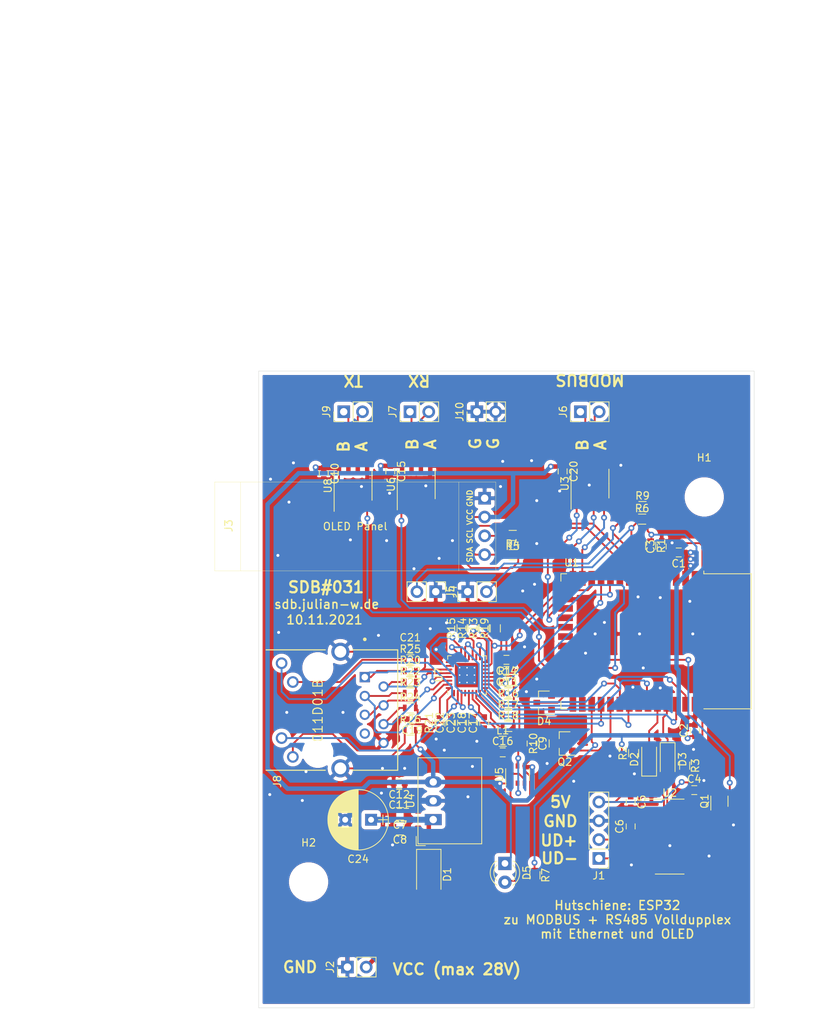
<source format=kicad_pcb>
(kicad_pcb (version 20171130) (host pcbnew "(5.1.10)-1")
  (layers (0 F.Cu signal) (31 B.Cu signal) (34 B.Paste user) (35 F.Paste user) (36 B.SilkS user) (37 F.SilkS user) (38 B.Mask user) (39 F.Mask user) (44 Edge.Cuts user))
  (net 0 "")
  (net 1 GND)
  (net 2 +3V3)
  (net 3 RESET)
  (net 4 +5VP)
  (net 5 "Net-(C6-Pad1)")
  (net 6 +15V)
  (net 7 "Net-(C9-Pad1)")
  (net 8 "Net-(C13-Pad2)")
  (net 9 "Net-(C17-Pad2)")
  (net 10 "Net-(C19-Pad1)")
  (net 11 "Net-(D1-Pad2)")
  (net 12 "Net-(D2-Pad1)")
  (net 13 USB_TX)
  (net 14 USB_RX)
  (net 15 "Net-(D3-Pad2)")
  (net 16 "Net-(D4-Pad3)")
  (net 17 IO2)
  (net 18 IO0)
  (net 19 "Net-(D5-Pad2)")
  (net 20 "Net-(J1-Pad2)")
  (net 21 "Net-(J1-Pad1)")
  (net 22 SDA)
  (net 23 SCL)
  (net 24 "Net-(J4-Pad2)")
  (net 25 "Net-(J5-Pad2)")
  (net 26 "Net-(J6-Pad2)")
  (net 27 "Net-(J6-Pad1)")
  (net 28 "Net-(J7-Pad2)")
  (net 29 "Net-(J7-Pad1)")
  (net 30 "Net-(J8-Pad12)")
  (net 31 "Net-(J8-Pad10)")
  (net 32 "Net-(J8-Pad11)")
  (net 33 "Net-(J8-Pad9)")
  (net 34 "Net-(J8-Pad6)")
  (net 35 "Net-(J8-Pad3)")
  (net 36 "Net-(J8-Pad2)")
  (net 37 "Net-(J8-Pad1)")
  (net 38 "Net-(J9-Pad2)")
  (net 39 "Net-(J9-Pad1)")
  (net 40 "Net-(Q1-Pad2)")
  (net 41 "Net-(Q1-Pad1)")
  (net 42 PHY_PWR)
  (net 43 LED1)
  (net 44 RX1)
  (net 45 RX0)
  (net 46 CRS)
  (net 47 MDIO)
  (net 48 "Net-(R15-Pad1)")
  (net 49 "Net-(R16-Pad1)")
  (net 50 "Net-(R17-Pad1)")
  (net 51 "Net-(R18-Pad1)")
  (net 52 "Net-(R19-Pad1)")
  (net 53 "Net-(R21-Pad2)")
  (net 54 MDC)
  (net 55 TX1)
  (net 56 TXEN)
  (net 57 TX0)
  (net 58 CLK_OUT)
  (net 59 MODBUS_DI)
  (net 60 MODBUS_SEL)
  (net 61 MODBUS_RO)
  (net 62 RS485_RX)
  (net 63 RS485_TX)
  (module Capacitors_ThroughHole:CP_Radial_D8.0mm_P3.50mm (layer F.Cu) (at 65.2 124.6 180)
    (fp_text reference C24 (at 1.75 -5.31) (layer F.SilkS))
    (fp_text value CP)
    (pad 1 thru_hole rect (at 0 0 180) (size 1.6 1.6) (drill 0.8) (layers *.Cu *.Mask) (net 6 +15V))
    (pad 2 thru_hole circle (at 3.5 0 180) (size 1.6 1.6) (drill 0.8) (layers *.Cu *.Mask) (net 1 GND))
  )
  (module Connector_PinHeader_2.54mm:PinHeader_1x02_P2.54mm_Vertical (layer F.Cu) (at 79.5 69.5 90)
    (fp_text reference J10 (at 0 -2.33 90) (layer F.SilkS))
    (fp_text value GND)
    (pad 2 thru_hole oval (at 0 2.54 90) (size 1.7 1.7) (drill 1) (layers *.Cu *.Mask) (net 1 GND))
    (pad 1 thru_hole rect (at 0 0 90) (size 1.7 1.7) (drill 1) (layers *.Cu *.Mask) (net 1 GND))
  )
  (module Package_SO:SOIC-8_3.9x4.9mm_P1.27mm (layer F.Cu) (at 62.765 79.5 90)
    (fp_text reference U8 (at 0 -3.4 90) (layer F.SilkS))
    (fp_text value MAX3483)
    (pad 8 smd roundrect (at 2.475 -1.905 90) (size 1.95 0.6) (layers F.Cu F.Paste F.Mask) (net 2 +3V3))
    (pad 7 smd roundrect (at 2.475 -0.635 90) (size 1.95 0.6) (layers F.Cu F.Paste F.Mask) (net 39 "Net-(J9-Pad1)"))
    (pad 6 smd roundrect (at 2.475 0.635 90) (size 1.95 0.6) (layers F.Cu F.Paste F.Mask) (net 38 "Net-(J9-Pad2)"))
    (pad 5 smd roundrect (at 2.475 1.905 90) (size 1.95 0.6) (layers F.Cu F.Paste F.Mask) (net 1 GND))
    (pad 4 smd roundrect (at -2.475 1.905 90) (size 1.95 0.6) (layers F.Cu F.Paste F.Mask) (net 63 RS485_TX))
    (pad 3 smd roundrect (at -2.475 0.635 90) (size 1.95 0.6) (layers F.Cu F.Paste F.Mask) (net 2 +3V3))
    (pad 2 smd roundrect (at -2.475 -0.635 90) (size 1.95 0.6) (layers F.Cu F.Paste F.Mask) (net 2 +3V3))
    (pad 1 smd roundrect (at -2.475 -1.905 90) (size 1.95 0.6) (layers F.Cu F.Paste F.Mask))
  )
  (module Package_DFN_QFN:QFN-32-1EP_5x5mm_P0.5mm_EP3.3x3.3mm_ThermalVias (layer F.Cu) (at 78.175 105.0625 90)
    (fp_text reference U7 (at 0 -3.82 90) (layer F.SilkS))
    (fp_text value LAN8710A)
    (pad 33 smd rect (at 0 0 90) (size 2.5 2.5) (layers B.Cu) (net 1 GND))
    (pad 33 thru_hole circle (at 1 1 90) (size 0.5 0.5) (drill 0.2) (layers *.Cu) (net 1 GND))
    (pad 33 thru_hole circle (at 0 1 90) (size 0.5 0.5) (drill 0.2) (layers *.Cu) (net 1 GND))
    (pad 33 thru_hole circle (at -1 1 90) (size 0.5 0.5) (drill 0.2) (layers *.Cu) (net 1 GND))
    (pad 33 thru_hole circle (at 1 0 90) (size 0.5 0.5) (drill 0.2) (layers *.Cu) (net 1 GND))
    (pad 33 thru_hole circle (at 0 0 90) (size 0.5 0.5) (drill 0.2) (layers *.Cu) (net 1 GND))
    (pad 33 thru_hole circle (at -1 0 90) (size 0.5 0.5) (drill 0.2) (layers *.Cu) (net 1 GND))
    (pad 33 thru_hole circle (at 1 -1 90) (size 0.5 0.5) (drill 0.2) (layers *.Cu) (net 1 GND))
    (pad 33 thru_hole circle (at 0 -1 90) (size 0.5 0.5) (drill 0.2) (layers *.Cu) (net 1 GND))
    (pad 33 thru_hole circle (at -1 -1 90) (size 0.5 0.5) (drill 0.2) (layers *.Cu) (net 1 GND))
    (pad 33 smd rect (at 0 0 90) (size 3.3 3.3) (layers F.Cu F.Mask) (net 1 GND))
    (pad 32 smd roundrect (at -1.75 -2.4375 90) (size 0.25 0.875) (layers F.Cu F.Paste F.Mask) (net 53 "Net-(R21-Pad2)"))
    (pad 31 smd roundrect (at -1.25 -2.4375 90) (size 0.25 0.875) (layers F.Cu F.Paste F.Mask) (net 35 "Net-(J8-Pad3)"))
    (pad 30 smd roundrect (at -0.75 -2.4375 90) (size 0.25 0.875) (layers F.Cu F.Paste F.Mask) (net 34 "Net-(J8-Pad6)"))
    (pad 29 smd roundrect (at -0.25 -2.4375 90) (size 0.25 0.875) (layers F.Cu F.Paste F.Mask) (net 37 "Net-(J8-Pad1)"))
    (pad 28 smd roundrect (at 0.25 -2.4375 90) (size 0.25 0.875) (layers F.Cu F.Paste F.Mask) (net 36 "Net-(J8-Pad2)"))
    (pad 27 smd roundrect (at 0.75 -2.4375 90) (size 0.25 0.875) (layers F.Cu F.Paste F.Mask) (net 10 "Net-(C19-Pad1)"))
    (pad 26 smd roundrect (at 1.25 -2.4375 90) (size 0.25 0.875) (layers F.Cu F.Paste F.Mask))
    (pad 25 smd roundrect (at 1.75 -2.4375 90) (size 0.25 0.875) (layers F.Cu F.Paste F.Mask) (net 1 GND))
    (pad 24 smd roundrect (at 2.4375 -1.75 90) (size 0.875 0.25) (layers F.Cu F.Paste F.Mask) (net 1 GND))
    (pad 23 smd roundrect (at 2.4375 -1.25 90) (size 0.875 0.25) (layers F.Cu F.Paste F.Mask) (net 55 TX1))
    (pad 22 smd roundrect (at 2.4375 -0.75 90) (size 0.875 0.25) (layers F.Cu F.Paste F.Mask) (net 57 TX0))
    (pad 21 smd roundrect (at 2.4375 -0.25 90) (size 0.875 0.25) (layers F.Cu F.Paste F.Mask) (net 56 TXEN))
    (pad 20 smd roundrect (at 2.4375 0.25 90) (size 0.875 0.25) (layers F.Cu F.Paste F.Mask))
    (pad 19 smd roundrect (at 2.4375 0.75 90) (size 0.875 0.25) (layers F.Cu F.Paste F.Mask) (net 48 "Net-(R15-Pad1)"))
    (pad 18 smd roundrect (at 2.4375 1.25 90) (size 0.875 0.25) (layers F.Cu F.Paste F.Mask))
    (pad 17 smd roundrect (at 2.4375 1.75 90) (size 0.875 0.25) (layers F.Cu F.Paste F.Mask) (net 54 MDC))
    (pad 16 smd roundrect (at 1.75 2.4375 90) (size 0.25 0.875) (layers F.Cu F.Paste F.Mask) (net 47 MDIO))
    (pad 15 smd roundrect (at 1.25 2.4375 90) (size 0.25 0.875) (layers F.Cu F.Paste F.Mask) (net 46 CRS))
    (pad 14 smd roundrect (at 0.75 2.4375 90) (size 0.25 0.875) (layers F.Cu F.Paste F.Mask))
    (pad 13 smd roundrect (at 0.25 2.4375 90) (size 0.25 0.875) (layers F.Cu F.Paste F.Mask) (net 52 "Net-(R19-Pad1)"))
    (pad 12 smd roundrect (at -0.25 2.4375 90) (size 0.25 0.875) (layers F.Cu F.Paste F.Mask) (net 8 "Net-(C13-Pad2)"))
    (pad 11 smd roundrect (at -0.75 2.4375 90) (size 0.25 0.875) (layers F.Cu F.Paste F.Mask) (net 45 RX0))
    (pad 10 smd roundrect (at -1.25 2.4375 90) (size 0.25 0.875) (layers F.Cu F.Paste F.Mask) (net 44 RX1))
    (pad 9 smd roundrect (at -1.75 2.4375 90) (size 0.25 0.875) (layers F.Cu F.Paste F.Mask) (net 49 "Net-(R16-Pad1)"))
    (pad 8 smd roundrect (at -2.4375 1.75 90) (size 0.875 0.25) (layers F.Cu F.Paste F.Mask) (net 50 "Net-(R17-Pad1)"))
    (pad 7 smd roundrect (at -2.4375 1.25 90) (size 0.875 0.25) (layers F.Cu F.Paste F.Mask) (net 51 "Net-(R18-Pad1)"))
    (pad 6 smd roundrect (at -2.4375 0.75 90) (size 0.875 0.25) (layers F.Cu F.Paste F.Mask) (net 9 "Net-(C17-Pad2)"))
    (pad 5 smd roundrect (at -2.4375 0.25 90) (size 0.875 0.25) (layers F.Cu F.Paste F.Mask) (net 58 CLK_OUT))
    (pad 4 smd roundrect (at -2.4375 -0.25 90) (size 0.875 0.25) (layers F.Cu F.Paste F.Mask))
    (pad 3 smd roundrect (at -2.4375 -0.75 90) (size 0.875 0.25) (layers F.Cu F.Paste F.Mask) (net 33 "Net-(J8-Pad9)"))
    (pad 2 smd roundrect (at -2.4375 -1.25 90) (size 0.875 0.25) (layers F.Cu F.Paste F.Mask) (net 32 "Net-(J8-Pad11)"))
    (pad 1 smd roundrect (at -2.4375 -1.75 90) (size 0.875 0.25) (layers F.Cu F.Paste F.Mask) (net 10 "Net-(C19-Pad1)"))
  )
  (module Package_SO:SOIC-8_3.9x4.9mm_P1.27mm (layer F.Cu) (at 71.3 79.3 90)
    (fp_text reference U6 (at 0 -3.4 90) (layer F.SilkS))
    (fp_text value MAX3483)
    (pad 8 smd roundrect (at 2.475 -1.905 90) (size 1.95 0.6) (layers F.Cu F.Paste F.Mask) (net 2 +3V3))
    (pad 7 smd roundrect (at 2.475 -0.635 90) (size 1.95 0.6) (layers F.Cu F.Paste F.Mask) (net 29 "Net-(J7-Pad1)"))
    (pad 6 smd roundrect (at 2.475 0.635 90) (size 1.95 0.6) (layers F.Cu F.Paste F.Mask) (net 28 "Net-(J7-Pad2)"))
    (pad 5 smd roundrect (at 2.475 1.905 90) (size 1.95 0.6) (layers F.Cu F.Paste F.Mask) (net 1 GND))
    (pad 4 smd roundrect (at -2.475 1.905 90) (size 1.95 0.6) (layers F.Cu F.Paste F.Mask))
    (pad 3 smd roundrect (at -2.475 0.635 90) (size 1.95 0.6) (layers F.Cu F.Paste F.Mask) (net 1 GND))
    (pad 2 smd roundrect (at -2.475 -0.635 90) (size 1.95 0.6) (layers F.Cu F.Paste F.Mask) (net 1 GND))
    (pad 1 smd roundrect (at -2.475 -1.905 90) (size 1.95 0.6) (layers F.Cu F.Paste F.Mask) (net 62 RS485_RX))
  )
  (module Package_SO:TSOP-6_1.65x3.05mm_P0.95mm (layer F.Cu) (at 85 118.5 90)
    (fp_text reference U5 (at 0 -2.45 90) (layer F.SilkS))
    (fp_text value NX3008PBKS)
    (pad 6 smd rect (at 1.16 -0.95 90) (size 0.7 0.51) (layers F.Cu F.Paste F.Mask) (net 8 "Net-(C13-Pad2)"))
    (pad 5 smd rect (at 1.16 0 90) (size 0.7 0.51) (layers F.Cu F.Paste F.Mask) (net 7 "Net-(C9-Pad1)"))
    (pad 4 smd rect (at 1.16 0.95 90) (size 0.7 0.51) (layers F.Cu F.Paste F.Mask) (net 2 +3V3))
    (pad 3 smd rect (at -1.16 0.95 90) (size 0.7 0.51) (layers F.Cu F.Paste F.Mask) (net 8 "Net-(C13-Pad2)"))
    (pad 2 smd rect (at -1.16 0 90) (size 0.7 0.51) (layers F.Cu F.Paste F.Mask) (net 7 "Net-(C9-Pad1)"))
    (pad 1 smd rect (at -1.16 -0.95 90) (size 0.7 0.51) (layers F.Cu F.Paste F.Mask) (net 2 +3V3))
  )
  (module Converter_DCDC:Converter_DCDC_RECOM_R-78HB-0.5_THT (layer F.Cu) (at 73.6 124.58 90)
    (fp_text reference U4 (at 2.54 -3.06 90) (layer F.SilkS))
    (fp_text value R-78HB3.3-0.5)
    (pad 3 thru_hole oval (at 5.08 0 90) (size 1.5 2.3) (drill 1) (layers *.Cu *.Mask) (net 2 +3V3))
    (pad 2 thru_hole oval (at 2.54 0 90) (size 1.5 2.3) (drill 1) (layers *.Cu *.Mask) (net 1 GND))
    (pad 1 thru_hole rect (at 0 0 90) (size 1.5 2.3) (drill 1) (layers *.Cu *.Mask) (net 6 +15V))
  )
  (module Package_SO:SOIC-8_3.9x4.9mm_P1.27mm (layer F.Cu) (at 94.8 79.2 90)
    (fp_text reference U3 (at 0 -3.4 90) (layer F.SilkS))
    (fp_text value MAX3483)
    (pad 8 smd roundrect (at 2.475 -1.905 90) (size 1.95 0.6) (layers F.Cu F.Paste F.Mask) (net 2 +3V3))
    (pad 7 smd roundrect (at 2.475 -0.635 90) (size 1.95 0.6) (layers F.Cu F.Paste F.Mask) (net 27 "Net-(J6-Pad1)"))
    (pad 6 smd roundrect (at 2.475 0.635 90) (size 1.95 0.6) (layers F.Cu F.Paste F.Mask) (net 26 "Net-(J6-Pad2)"))
    (pad 5 smd roundrect (at 2.475 1.905 90) (size 1.95 0.6) (layers F.Cu F.Paste F.Mask) (net 1 GND))
    (pad 4 smd roundrect (at -2.475 1.905 90) (size 1.95 0.6) (layers F.Cu F.Paste F.Mask) (net 59 MODBUS_DI))
    (pad 3 smd roundrect (at -2.475 0.635 90) (size 1.95 0.6) (layers F.Cu F.Paste F.Mask) (net 60 MODBUS_SEL))
    (pad 2 smd roundrect (at -2.475 -0.635 90) (size 1.95 0.6) (layers F.Cu F.Paste F.Mask) (net 60 MODBUS_SEL))
    (pad 1 smd roundrect (at -2.475 -1.905 90) (size 1.95 0.6) (layers F.Cu F.Paste F.Mask) (net 61 MODBUS_RO))
  )
  (module Package_SO:SOIC-16_3.9x9.9mm_P1.27mm (layer F.Cu) (at 105.575 126.875)
    (fp_text reference U2 (at 0 -5.9) (layer F.SilkS))
    (fp_text value CH340C)
    (pad 16 smd roundrect (at 2.475 -4.445) (size 1.95 0.6) (layers F.Cu F.Paste F.Mask) (net 4 +5VP))
    (pad 15 smd roundrect (at 2.475 -3.175) (size 1.95 0.6) (layers F.Cu F.Paste F.Mask))
    (pad 14 smd roundrect (at 2.475 -1.905) (size 1.95 0.6) (layers F.Cu F.Paste F.Mask) (net 41 "Net-(Q1-Pad1)"))
    (pad 13 smd roundrect (at 2.475 -0.635) (size 1.95 0.6) (layers F.Cu F.Paste F.Mask) (net 40 "Net-(Q1-Pad2)"))
    (pad 12 smd roundrect (at 2.475 0.635) (size 1.95 0.6) (layers F.Cu F.Paste F.Mask))
    (pad 11 smd roundrect (at 2.475 1.905) (size 1.95 0.6) (layers F.Cu F.Paste F.Mask))
    (pad 10 smd roundrect (at 2.475 3.175) (size 1.95 0.6) (layers F.Cu F.Paste F.Mask))
    (pad 9 smd roundrect (at 2.475 4.445) (size 1.95 0.6) (layers F.Cu F.Paste F.Mask))
    (pad 8 smd roundrect (at -2.475 4.445) (size 1.95 0.6) (layers F.Cu F.Paste F.Mask))
    (pad 7 smd roundrect (at -2.475 3.175) (size 1.95 0.6) (layers F.Cu F.Paste F.Mask))
    (pad 6 smd roundrect (at -2.475 1.905) (size 1.95 0.6) (layers F.Cu F.Paste F.Mask) (net 21 "Net-(J1-Pad1)"))
    (pad 5 smd roundrect (at -2.475 0.635) (size 1.95 0.6) (layers F.Cu F.Paste F.Mask) (net 20 "Net-(J1-Pad2)"))
    (pad 4 smd roundrect (at -2.475 -0.635) (size 1.95 0.6) (layers F.Cu F.Paste F.Mask) (net 5 "Net-(C6-Pad1)"))
    (pad 3 smd roundrect (at -2.475 -1.905) (size 1.95 0.6) (layers F.Cu F.Paste F.Mask) (net 15 "Net-(D3-Pad2)"))
    (pad 2 smd roundrect (at -2.475 -3.175) (size 1.95 0.6) (layers F.Cu F.Paste F.Mask) (net 12 "Net-(D2-Pad1)"))
    (pad 1 smd roundrect (at -2.475 -4.445) (size 1.95 0.6) (layers F.Cu F.Paste F.Mask) (net 1 GND))
  )
  (module RF_Module:ESP32-WROOM-32 (layer F.Cu) (at 100.745 100.5 270)
    (fp_text reference U1 (at -10.61 8.43) (layer F.SilkS))
    (fp_text value ESP32-WROOM-32)
    (pad 38 smd rect (at 8.5 -8.255 270) (size 2 0.9) (layers F.Cu F.Paste F.Mask) (net 1 GND))
    (pad 37 smd rect (at 8.5 -6.985 270) (size 2 0.9) (layers F.Cu F.Paste F.Mask) (net 54 MDC))
    (pad 36 smd rect (at 8.5 -5.715 270) (size 2 0.9) (layers F.Cu F.Paste F.Mask) (net 55 TX1))
    (pad 35 smd rect (at 8.5 -4.445 270) (size 2 0.9) (layers F.Cu F.Paste F.Mask) (net 14 USB_RX))
    (pad 34 smd rect (at 8.5 -3.175 270) (size 2 0.9) (layers F.Cu F.Paste F.Mask) (net 13 USB_TX))
    (pad 33 smd rect (at 8.5 -1.905 270) (size 2 0.9) (layers F.Cu F.Paste F.Mask) (net 56 TXEN))
    (pad 32 smd rect (at 8.5 -0.635 270) (size 2 0.9) (layers F.Cu F.Paste F.Mask))
    (pad 31 smd rect (at 8.5 0.635 270) (size 2 0.9) (layers F.Cu F.Paste F.Mask) (net 57 TX0))
    (pad 30 smd rect (at 8.5 1.905 270) (size 2 0.9) (layers F.Cu F.Paste F.Mask) (net 47 MDIO))
    (pad 29 smd rect (at 8.5 3.175 270) (size 2 0.9) (layers F.Cu F.Paste F.Mask) (net 42 PHY_PWR))
    (pad 28 smd rect (at 8.5 4.445 270) (size 2 0.9) (layers F.Cu F.Paste F.Mask) (net 58 CLK_OUT))
    (pad 27 smd rect (at 8.5 5.715 270) (size 2 0.9) (layers F.Cu F.Paste F.Mask) (net 43 LED1))
    (pad 26 smd rect (at 8.5 6.985 270) (size 2 0.9) (layers F.Cu F.Paste F.Mask) (net 62 RS485_RX))
    (pad 25 smd rect (at 8.5 8.255 270) (size 2 0.9) (layers F.Cu F.Paste F.Mask) (net 18 IO0))
    (pad 24 smd rect (at 5.715 9.255) (size 2 0.9) (layers F.Cu F.Paste F.Mask) (net 17 IO2))
    (pad 23 smd rect (at 4.445 9.255) (size 2 0.9) (layers F.Cu F.Paste F.Mask) (net 63 RS485_TX))
    (pad 22 smd rect (at 3.175 9.255) (size 2 0.9) (layers F.Cu F.Paste F.Mask))
    (pad 21 smd rect (at 1.905 9.255) (size 2 0.9) (layers F.Cu F.Paste F.Mask))
    (pad 20 smd rect (at 0.635 9.255) (size 2 0.9) (layers F.Cu F.Paste F.Mask))
    (pad 19 smd rect (at -0.635 9.255) (size 2 0.9) (layers F.Cu F.Paste F.Mask))
    (pad 18 smd rect (at -1.905 9.255) (size 2 0.9) (layers F.Cu F.Paste F.Mask))
    (pad 17 smd rect (at -3.175 9.255) (size 2 0.9) (layers F.Cu F.Paste F.Mask))
    (pad 16 smd rect (at -4.445 9.255) (size 2 0.9) (layers F.Cu F.Paste F.Mask) (net 61 MODBUS_RO))
    (pad 15 smd rect (at -5.715 9.255) (size 2 0.9) (layers F.Cu F.Paste F.Mask) (net 1 GND))
    (pad 14 smd rect (at -8.5 8.255 270) (size 2 0.9) (layers F.Cu F.Paste F.Mask) (net 60 MODBUS_SEL))
    (pad 13 smd rect (at -8.5 6.985 270) (size 2 0.9) (layers F.Cu F.Paste F.Mask) (net 59 MODBUS_DI))
    (pad 12 smd rect (at -8.5 5.715 270) (size 2 0.9) (layers F.Cu F.Paste F.Mask) (net 46 CRS))
    (pad 11 smd rect (at -8.5 4.445 270) (size 2 0.9) (layers F.Cu F.Paste F.Mask) (net 44 RX1))
    (pad 10 smd rect (at -8.5 3.175 270) (size 2 0.9) (layers F.Cu F.Paste F.Mask) (net 45 RX0))
    (pad 9 smd rect (at -8.5 1.905 270) (size 2 0.9) (layers F.Cu F.Paste F.Mask) (net 23 SCL))
    (pad 8 smd rect (at -8.5 0.635 270) (size 2 0.9) (layers F.Cu F.Paste F.Mask) (net 22 SDA))
    (pad 7 smd rect (at -8.5 -0.635 270) (size 2 0.9) (layers F.Cu F.Paste F.Mask) (net 24 "Net-(J4-Pad2)"))
    (pad 6 smd rect (at -8.5 -1.905 270) (size 2 0.9) (layers F.Cu F.Paste F.Mask) (net 25 "Net-(J5-Pad2)"))
    (pad 5 smd rect (at -8.5 -3.175 270) (size 2 0.9) (layers F.Cu F.Paste F.Mask))
    (pad 4 smd rect (at -8.5 -4.445 270) (size 2 0.9) (layers F.Cu F.Paste F.Mask))
    (pad 3 smd rect (at -8.5 -5.715 270) (size 2 0.9) (layers F.Cu F.Paste F.Mask) (net 3 RESET))
    (pad 2 smd rect (at -8.5 -6.985 270) (size 2 0.9) (layers F.Cu F.Paste F.Mask) (net 2 +3V3))
    (pad 1 smd rect (at -8.5 -8.255 270) (size 2 0.9) (layers F.Cu F.Paste F.Mask) (net 1 GND))
    (pad 39 smd rect (at -1 -0.755 270) (size 5 5) (layers F.Cu F.Paste F.Mask) (net 1 GND))
  )
  (module Resistors_SMD:R_0603 (layer F.Cu) (at 70.5 112.5)
    (fp_text reference R26 (at 0 -1.45) (layer F.SilkS))
    (fp_text value 330)
    (pad 1 smd rect (at -0.75 0) (size 0.5 0.9) (layers F.Cu F.Paste F.Mask) (net 30 "Net-(J8-Pad12)"))
    (pad 2 smd rect (at 0.75 0) (size 0.5 0.9) (layers F.Cu F.Paste F.Mask) (net 2 +3V3))
  )
  (module Resistors_SMD:R_0603 (layer F.Cu) (at 70.5 103)
    (fp_text reference R25 (at 0 -1.45) (layer F.SilkS))
    (fp_text value 330)
    (pad 1 smd rect (at -0.75 0) (size 0.5 0.9) (layers F.Cu F.Paste F.Mask) (net 31 "Net-(J8-Pad10)"))
    (pad 2 smd rect (at 0.75 0) (size 0.5 0.9) (layers F.Cu F.Paste F.Mask) (net 1 GND))
  )
  (module Resistors_SMD:R_0603 (layer F.Cu) (at 70.5 109.5)
    (fp_text reference R24 (at 0 -1.45) (layer F.SilkS))
    (fp_text value 49.9)
    (pad 1 smd rect (at -0.75 0) (size 0.5 0.9) (layers F.Cu F.Paste F.Mask) (net 34 "Net-(J8-Pad6)"))
    (pad 2 smd rect (at 0.75 0) (size 0.5 0.9) (layers F.Cu F.Paste F.Mask) (net 10 "Net-(C19-Pad1)"))
  )
  (module Resistors_SMD:R_0603 (layer F.Cu) (at 70.5 107.5)
    (fp_text reference R23 (at 0 -1.45) (layer F.SilkS))
    (fp_text value 49.9)
    (pad 1 smd rect (at -0.75 0) (size 0.5 0.9) (layers F.Cu F.Paste F.Mask) (net 35 "Net-(J8-Pad3)"))
    (pad 2 smd rect (at 0.75 0) (size 0.5 0.9) (layers F.Cu F.Paste F.Mask) (net 10 "Net-(C19-Pad1)"))
  )
  (module Resistors_SMD:R_0603 (layer F.Cu) (at 70.5 106)
    (fp_text reference R22 (at 0 -1.45) (layer F.SilkS))
    (fp_text value 49.9)
    (pad 1 smd rect (at -0.75 0) (size 0.5 0.9) (layers F.Cu F.Paste F.Mask) (net 36 "Net-(J8-Pad2)"))
    (pad 2 smd rect (at 0.75 0) (size 0.5 0.9) (layers F.Cu F.Paste F.Mask) (net 10 "Net-(C19-Pad1)"))
  )
  (module Resistors_SMD:R_0603 (layer F.Cu) (at 74.5 111.5 90)
    (fp_text reference R21 (at 0 -1.45 90) (layer F.SilkS))
    (fp_text value 12.1k)
    (pad 1 smd rect (at -0.75 0 90) (size 0.5 0.9) (layers F.Cu F.Paste F.Mask) (net 1 GND))
    (pad 2 smd rect (at 0.75 0 90) (size 0.5 0.9) (layers F.Cu F.Paste F.Mask) (net 53 "Net-(R21-Pad2)"))
  )
  (module Resistors_SMD:R_0603 (layer F.Cu) (at 70.5 104.5)
    (fp_text reference R20 (at 0 -1.45) (layer F.SilkS))
    (fp_text value 49.9)
    (pad 1 smd rect (at -0.75 0) (size 0.5 0.9) (layers F.Cu F.Paste F.Mask) (net 37 "Net-(J8-Pad1)"))
    (pad 2 smd rect (at 0.75 0) (size 0.5 0.9) (layers F.Cu F.Paste F.Mask) (net 10 "Net-(C19-Pad1)"))
  )
  (module Resistors_SMD:R_0603 (layer F.Cu) (at 82 98.75 90)
    (fp_text reference R19 (at 0 -1.45 90) (layer F.SilkS))
    (fp_text value 2.2k)
    (pad 1 smd rect (at -0.75 0 90) (size 0.5 0.9) (layers F.Cu F.Paste F.Mask) (net 52 "Net-(R19-Pad1)"))
    (pad 2 smd rect (at 0.75 0 90) (size 0.5 0.9) (layers F.Cu F.Paste F.Mask) (net 1 GND))
  )
  (module Resistors_SMD:R_0603 (layer F.Cu) (at 83.75 112)
    (fp_text reference R18 (at 0 -1.45) (layer F.SilkS))
    (fp_text value 2.2k)
    (pad 1 smd rect (at -0.75 0) (size 0.5 0.9) (layers F.Cu F.Paste F.Mask) (net 51 "Net-(R18-Pad1)"))
    (pad 2 smd rect (at 0.75 0) (size 0.5 0.9) (layers F.Cu F.Paste F.Mask) (net 1 GND))
  )
  (module Resistors_SMD:R_0603 (layer F.Cu) (at 83.75 110.5)
    (fp_text reference R17 (at 0 -1.45) (layer F.SilkS))
    (fp_text value 2.2k)
    (pad 1 smd rect (at -0.75 0) (size 0.5 0.9) (layers F.Cu F.Paste F.Mask) (net 50 "Net-(R17-Pad1)"))
    (pad 2 smd rect (at 0.75 0) (size 0.5 0.9) (layers F.Cu F.Paste F.Mask) (net 1 GND))
  )
  (module Resistors_SMD:R_0603 (layer F.Cu) (at 83.75 109)
    (fp_text reference R16 (at 0 -1.45) (layer F.SilkS))
    (fp_text value 2.2k)
    (pad 1 smd rect (at -0.75 0) (size 0.5 0.9) (layers F.Cu F.Paste F.Mask) (net 49 "Net-(R16-Pad1)"))
    (pad 2 smd rect (at 0.75 0) (size 0.5 0.9) (layers F.Cu F.Paste F.Mask) (net 8 "Net-(C13-Pad2)"))
  )
  (module Resistors_SMD:R_0603 (layer F.Cu) (at 77.5 98.75 90)
    (fp_text reference R15 (at 0 -1.45 90) (layer F.SilkS))
    (fp_text value 10k)
    (pad 1 smd rect (at -0.75 0 90) (size 0.5 0.9) (layers F.Cu F.Paste F.Mask) (net 48 "Net-(R15-Pad1)"))
    (pad 2 smd rect (at 0.75 0 90) (size 0.5 0.9) (layers F.Cu F.Paste F.Mask) (net 8 "Net-(C13-Pad2)"))
  )
  (module Resistors_SMD:R_0603 (layer F.Cu) (at 79 98.75 90)
    (fp_text reference R14 (at 0 -1.45 90) (layer F.SilkS))
    (fp_text value 2.2k)
    (pad 1 smd rect (at -0.75 0 90) (size 0.5 0.9) (layers F.Cu F.Paste F.Mask) (net 47 MDIO))
    (pad 2 smd rect (at 0.75 0 90) (size 0.5 0.9) (layers F.Cu F.Paste F.Mask) (net 8 "Net-(C13-Pad2)"))
  )
  (module Resistors_SMD:R_0603 (layer F.Cu) (at 80.5 98.75 90)
    (fp_text reference R13 (at 0 -1.45 90) (layer F.SilkS))
    (fp_text value 2.2k)
    (pad 1 smd rect (at -0.75 0 90) (size 0.5 0.9) (layers F.Cu F.Paste F.Mask) (net 46 CRS))
    (pad 2 smd rect (at 0.75 0 90) (size 0.5 0.9) (layers F.Cu F.Paste F.Mask) (net 8 "Net-(C13-Pad2)"))
  )
  (module Resistors_SMD:R_0603 (layer F.Cu) (at 83.75 106)
    (fp_text reference R12 (at 0 -1.45) (layer F.SilkS))
    (fp_text value 2.2k)
    (pad 1 smd rect (at -0.75 0) (size 0.5 0.9) (layers F.Cu F.Paste F.Mask) (net 45 RX0))
    (pad 2 smd rect (at 0.75 0) (size 0.5 0.9) (layers F.Cu F.Paste F.Mask) (net 8 "Net-(C13-Pad2)"))
  )
  (module Resistors_SMD:R_0603 (layer F.Cu) (at 83.75 107.5)
    (fp_text reference R11 (at 0 -1.45) (layer F.SilkS))
    (fp_text value 2.2k)
    (pad 1 smd rect (at -0.75 0) (size 0.5 0.9) (layers F.Cu F.Paste F.Mask) (net 44 RX1))
    (pad 2 smd rect (at 0.75 0) (size 0.5 0.9) (layers F.Cu F.Paste F.Mask) (net 8 "Net-(C13-Pad2)"))
  )
  (module Resistors_SMD:R_0603 (layer F.Cu) (at 88.6 114.3 90)
    (fp_text reference R10 (at 0 -1.45 90) (layer F.SilkS))
    (fp_text value 10k)
    (pad 1 smd rect (at -0.75 0 90) (size 0.5 0.9) (layers F.Cu F.Paste F.Mask) (net 2 +3V3))
    (pad 2 smd rect (at 0.75 0 90) (size 0.5 0.9) (layers F.Cu F.Paste F.Mask) (net 7 "Net-(C9-Pad1)"))
  )
  (module Resistors_SMD:R_0603 (layer F.Cu) (at 101.9 82.3)
    (fp_text reference R9 (at 0 -1.45) (layer F.SilkS))
    (fp_text value 10k)
    (pad 1 smd rect (at -0.75 0) (size 0.5 0.9) (layers F.Cu F.Paste F.Mask) (net 24 "Net-(J4-Pad2)"))
    (pad 2 smd rect (at 0.75 0) (size 0.5 0.9) (layers F.Cu F.Paste F.Mask) (net 2 +3V3))
  )
  (module Resistors_SMD:R_0603 (layer F.Cu) (at 87.355 132.1 270)
    (fp_text reference R7 (at 0 -1.45 90) (layer F.SilkS))
    (fp_text value 1k)
    (pad 1 smd rect (at -0.75 0 270) (size 0.5 0.9) (layers F.Cu F.Paste F.Mask) (net 43 LED1))
    (pad 2 smd rect (at 0.75 0 270) (size 0.5 0.9) (layers F.Cu F.Paste F.Mask) (net 19 "Net-(D5-Pad2)"))
  )
  (module Resistors_SMD:R_0603 (layer F.Cu) (at 101.85 84)
    (fp_text reference R6 (at 0 -1.45) (layer F.SilkS))
    (fp_text value 10k)
    (pad 1 smd rect (at -0.75 0) (size 0.5 0.9) (layers F.Cu F.Paste F.Mask) (net 25 "Net-(J5-Pad2)"))
    (pad 2 smd rect (at 0.75 0) (size 0.5 0.9) (layers F.Cu F.Paste F.Mask) (net 2 +3V3))
  )
  (module Resistors_SMD:R_0603 (layer F.Cu) (at 84.35 86.2 180)
    (fp_text reference R5 (at 0 -1.45) (layer F.SilkS))
    (fp_text value 4.7k)
    (pad 1 smd rect (at -0.75 0 180) (size 0.5 0.9) (layers F.Cu F.Paste F.Mask) (net 2 +3V3))
    (pad 2 smd rect (at 0.75 0 180) (size 0.5 0.9) (layers F.Cu F.Paste F.Mask) (net 23 SCL))
  )
  (module Resistors_SMD:R_0603 (layer F.Cu) (at 84.35 88.8)
    (fp_text reference R4 (at 0 -1.45) (layer F.SilkS))
    (fp_text value 4.7k)
    (pad 1 smd rect (at -0.75 0) (size 0.5 0.9) (layers F.Cu F.Paste F.Mask) (net 22 SDA))
    (pad 2 smd rect (at 0.75 0) (size 0.5 0.9) (layers F.Cu F.Paste F.Mask) (net 2 +3V3))
  )
  (module Resistors_SMD:R_0603 (layer F.Cu) (at 107.6 117.3 270)
    (fp_text reference R3 (at 0 -1.45 90) (layer F.SilkS))
    (fp_text value 10k)
    (pad 1 smd rect (at -0.75 0 270) (size 0.5 0.9) (layers F.Cu F.Paste F.Mask) (net 4 +5VP))
    (pad 2 smd rect (at 0.75 0 270) (size 0.5 0.9) (layers F.Cu F.Paste F.Mask) (net 15 "Net-(D3-Pad2)"))
  )
  (module Resistors_SMD:R_0603 (layer F.Cu) (at 100.7 115.6 90)
    (fp_text reference R2 (at 0 -1.45 90) (layer F.SilkS))
    (fp_text value 10k)
    (pad 1 smd rect (at -0.75 0 90) (size 0.5 0.9) (layers F.Cu F.Paste F.Mask) (net 2 +3V3))
    (pad 2 smd rect (at 0.75 0 90) (size 0.5 0.9) (layers F.Cu F.Paste F.Mask) (net 13 USB_TX))
  )
  (module Resistors_SMD:R_0603 (layer F.Cu) (at 103 87.6 270)
    (fp_text reference R1 (at 0 -1.45 90) (layer F.SilkS))
    (fp_text value 10k)
    (pad 1 smd rect (at -0.75 0 270) (size 0.5 0.9) (layers F.Cu F.Paste F.Mask) (net 2 +3V3))
    (pad 2 smd rect (at 0.75 0 270) (size 0.5 0.9) (layers F.Cu F.Paste F.Mask) (net 3 RESET))
  )
  (module Package_TO_SOT_SMD:SOT-23 (layer F.Cu) (at 91.4 114.3 180)
    (fp_text reference Q2 (at 0 -2.5) (layer F.SilkS))
    (fp_text value Q_NPN_BEC_BRT)
    (pad 3 smd rect (at 1 0 180) (size 0.9 0.8) (layers F.Cu F.Paste F.Mask) (net 7 "Net-(C9-Pad1)"))
    (pad 2 smd rect (at -1 0.95 180) (size 0.9 0.8) (layers F.Cu F.Paste F.Mask) (net 1 GND))
    (pad 1 smd rect (at -1 -0.95 180) (size 0.9 0.8) (layers F.Cu F.Paste F.Mask) (net 42 PHY_PWR))
  )
  (module Package_TO_SOT_SMD:SOT-363_SC-70-6 (layer F.Cu) (at 112.3 122.1 90)
    (fp_text reference Q1 (at 0 -2 90) (layer F.SilkS))
    (fp_text value UMH3N)
    (pad 6 smd rect (at 0.95 -0.65 90) (size 0.65 0.4) (layers F.Cu F.Paste F.Mask) (net 3 RESET))
    (pad 4 smd rect (at 0.95 0.65 90) (size 0.65 0.4) (layers F.Cu F.Paste F.Mask) (net 40 "Net-(Q1-Pad2)"))
    (pad 2 smd rect (at -0.95 0 90) (size 0.65 0.4) (layers F.Cu F.Paste F.Mask) (net 40 "Net-(Q1-Pad2)"))
    (pad 5 smd rect (at 0.95 0 90) (size 0.65 0.4) (layers F.Cu F.Paste F.Mask) (net 41 "Net-(Q1-Pad1)"))
    (pad 3 smd rect (at -0.95 0.65 90) (size 0.65 0.4) (layers F.Cu F.Paste F.Mask) (net 16 "Net-(D4-Pad3)"))
    (pad 1 smd rect (at -0.95 -0.65 90) (size 0.65 0.4) (layers F.Cu F.Paste F.Mask) (net 41 "Net-(Q1-Pad1)"))
  )
  (module Resistors_SMD:R_0603_HandSoldering (layer F.Cu) (at 83 114)
    (fp_text reference L1 (at 0 -1.45) (layer F.SilkS))
    (fp_text value L)
    (pad 1 smd rect (at -1.1 0) (size 1.2 0.9) (layers F.Cu F.Paste F.Mask) (net 10 "Net-(C19-Pad1)"))
    (pad 2 smd rect (at 1.1 0) (size 1.2 0.9) (layers F.Cu F.Paste F.Mask) (net 8 "Net-(C13-Pad2)"))
  )
  (module Connector_PinHeader_2.54mm:PinHeader_1x02_P2.54mm_Vertical (layer F.Cu) (at 61.5 69.5 90)
    (fp_text reference J9 (at 0 -2.33 90) (layer F.SilkS))
    (fp_text value TX)
    (pad 2 thru_hole oval (at 0 2.54 90) (size 1.7 1.7) (drill 1) (layers *.Cu *.Mask) (net 38 "Net-(J9-Pad2)"))
    (pad 1 thru_hole rect (at 0 0 90) (size 1.7 1.7) (drill 1) (layers *.Cu *.Mask) (net 39 "Net-(J9-Pad1)"))
  )
  (module eec:Pulse-J0011D01BNL-0-0-0 (layer F.Cu) (at 58.005 109.785 90)
    (fp_text reference J8 (at -10.6 -5.475 90) (layer F.SilkS) (effects (justify left)))
    (fp_text value J0011D01BNL (at 0 0 90) (layer F.SilkS) (effects (font (size 1.27 1.27))))
    (pad ~ np_thru_hole circle (at -5.715 -0.005 90) (size 3.2 3.2) (drill 3.2) (layers *.Cu *.Mask))
    (pad ~ np_thru_hole circle (at 5.715 -0.005 90) (size 3.2 3.2) (drill 3.2) (layers *.Cu *.Mask))
    (pad 13 thru_hole circle (at -7.875 3.045 90) (size 2.45 2.45) (drill 1.6) (layers *.Cu) (net 1 GND))
    (pad 14 thru_hole circle (at 7.875 3.045 90) (size 2.45 2.45) (drill 1.6) (layers *.Cu) (net 1 GND))
    (pad 12 thru_hole circle (at -6.325 -3.385 90) (size 1.57 1.57) (drill 1.02) (layers *.Cu) (net 30 "Net-(J8-Pad12)"))
    (pad 10 thru_hole circle (at 3.785 -3.385 90) (size 1.57 1.57) (drill 1.02) (layers *.Cu) (net 31 "Net-(J8-Pad10)"))
    (pad 11 thru_hole circle (at -3.785 -4.905 90) (size 1.57 1.57) (drill 1.02) (layers *.Cu) (net 32 "Net-(J8-Pad11)"))
    (pad 9 thru_hole circle (at 6.325 -4.905 90) (size 1.57 1.57) (drill 1.02) (layers *.Cu) (net 33 "Net-(J8-Pad9)"))
    (pad 8 thru_hole circle (at -4.445 8.885 90) (size 1.39 1.39) (drill 0.89) (layers *.Cu) (net 1 GND))
    (pad 7 thru_hole circle (at -3.175 6.345 90) (size 1.39 1.39) (drill 0.89) (layers *.Cu))
    (pad 6 thru_hole circle (at -1.905 8.885 90) (size 1.39 1.39) (drill 0.89) (layers *.Cu) (net 34 "Net-(J8-Pad6)"))
    (pad 5 thru_hole circle (at -0.635 6.345 90) (size 1.39 1.39) (drill 0.89) (layers *.Cu) (net 10 "Net-(C19-Pad1)"))
    (pad 4 thru_hole circle (at 0.635 8.885 90) (size 1.39 1.39) (drill 0.89) (layers *.Cu) (net 10 "Net-(C19-Pad1)"))
    (pad 3 thru_hole circle (at 1.905 6.345 90) (size 1.39 1.39) (drill 0.89) (layers *.Cu) (net 35 "Net-(J8-Pad3)"))
    (pad 2 thru_hole circle (at 3.175 8.885 90) (size 1.39 1.39) (drill 0.89) (layers *.Cu) (net 36 "Net-(J8-Pad2)"))
    (pad 1 thru_hole rect (at 4.445 6.345 90) (size 1.39 1.39) (drill 0.89) (layers *.Cu) (net 37 "Net-(J8-Pad1)"))
  )
  (module Connector_PinHeader_2.54mm:PinHeader_1x02_P2.54mm_Vertical (layer F.Cu) (at 70.46 69.5 90)
    (fp_text reference J7 (at 0 -2.33 90) (layer F.SilkS))
    (fp_text value RX)
    (pad 2 thru_hole oval (at 0 2.54 90) (size 1.7 1.7) (drill 1) (layers *.Cu *.Mask) (net 28 "Net-(J7-Pad2)"))
    (pad 1 thru_hole rect (at 0 0 90) (size 1.7 1.7) (drill 1) (layers *.Cu *.Mask) (net 29 "Net-(J7-Pad1)"))
  )
  (module Connector_PinHeader_2.54mm:PinHeader_1x02_P2.54mm_Vertical (layer F.Cu) (at 93.5 69.5 90)
    (fp_text reference J6 (at 0 -2.33 90) (layer F.SilkS))
    (fp_text value MODBUS)
    (pad 2 thru_hole oval (at 0 2.54 90) (size 1.7 1.7) (drill 1) (layers *.Cu *.Mask) (net 26 "Net-(J6-Pad2)"))
    (pad 1 thru_hole rect (at 0 0 90) (size 1.7 1.7) (drill 1) (layers *.Cu *.Mask) (net 27 "Net-(J6-Pad1)"))
  )
  (module Connector_PinHeader_2.54mm:PinHeader_1x02_P2.54mm_Vertical (layer F.Cu) (at 78.26 93.8 90)
    (fp_text reference J5 (at 0 -2.33 90) (layer F.SilkS))
    (fp_text value BUT2)
    (pad 2 thru_hole oval (at 0 2.54 90) (size 1.7 1.7) (drill 1) (layers *.Cu *.Mask) (net 25 "Net-(J5-Pad2)"))
    (pad 1 thru_hole rect (at 0 0 90) (size 1.7 1.7) (drill 1) (layers *.Cu *.Mask) (net 1 GND))
  )
  (module Connector_PinHeader_2.54mm:PinHeader_1x02_P2.54mm_Vertical (layer F.Cu) (at 73.94 93.8 270)
    (fp_text reference J4 (at 0 -2.33 90) (layer F.SilkS))
    (fp_text value BUT1)
    (pad 2 thru_hole oval (at 0 2.54 270) (size 1.7 1.7) (drill 1) (layers *.Cu *.Mask) (net 24 "Net-(J4-Pad2)"))
    (pad 1 thru_hole rect (at 0 0 270) (size 1.7 1.7) (drill 1) (layers *.Cu *.Mask) (net 1 GND))
  )
  (module footprints:SSD1306-0.91-OLED-4pin-128x32 (layer F.Cu) (at 44.054999 78.984999)
    (fp_text reference J3 (at 1.9 5.91 90) (layer F.SilkS))
    (fp_text value OLED_128_32)
    (fp_text user SDA (at 34.5 9.81 -90) (layer F.SilkS) (effects (font (size 0.75 0.75))))
    (fp_text user SCL (at 34.5 7.27 -90) (layer F.SilkS) (effects (font (size 0.75 0.75))))
    (fp_text user VCC (at 34.5 4.73 -90) (layer F.SilkS) (effects (font (size 0.75 0.75))))
    (fp_text user GND (at 34.5 2.19 -90) (layer F.SilkS) (effects (font (size 0.75 0.75))))
    (fp_text user "OLED Panel" (at 19 6) (layer F.SilkS))
    (pad 4 thru_hole oval (at 36.5 9.81) (size 1.7 1.7) (drill 1) (layers *.Cu *.Mask) (net 22 SDA))
    (pad 3 thru_hole oval (at 36.5 7.27) (size 1.7 1.7) (drill 1) (layers *.Cu *.Mask) (net 23 SCL))
    (pad 2 thru_hole oval (at 36.5 4.73) (size 1.7 1.7) (drill 1) (layers *.Cu *.Mask) (net 2 +3V3))
    (pad 1 thru_hole rect (at 36.5 2.19) (size 1.7 1.7) (drill 1) (layers *.Cu *.Mask) (net 1 GND))
  )
  (module Connector_PinHeader_2.54mm:PinHeader_1x02_P2.54mm_Vertical (layer F.Cu) (at 62 144.5 90)
    (fp_text reference J2 (at 0 -2.33 90) (layer F.SilkS))
    (fp_text value PWR)
    (pad 2 thru_hole oval (at 0 2.54 90) (size 1.7 1.7) (drill 1) (layers *.Cu *.Mask) (net 11 "Net-(D1-Pad2)"))
    (pad 1 thru_hole rect (at 0 0 90) (size 1.7 1.7) (drill 1) (layers *.Cu *.Mask) (net 1 GND))
  )
  (module Connector_PinHeader_2.54mm:PinHeader_1x04_P2.54mm_Vertical (layer F.Cu) (at 96 129.82 180)
    (fp_text reference J1 (at 0 -2.33) (layer F.SilkS))
    (fp_text value Conn_01x04_Female)
    (pad 4 thru_hole oval (at 0 7.62 180) (size 1.7 1.7) (drill 1) (layers *.Cu *.Mask) (net 4 +5VP))
    (pad 3 thru_hole oval (at 0 5.08 180) (size 1.7 1.7) (drill 1) (layers *.Cu *.Mask) (net 1 GND))
    (pad 2 thru_hole oval (at 0 2.54 180) (size 1.7 1.7) (drill 1) (layers *.Cu *.Mask) (net 20 "Net-(J1-Pad2)"))
    (pad 1 thru_hole rect (at 0 0 180) (size 1.7 1.7) (drill 1) (layers *.Cu *.Mask) (net 21 "Net-(J1-Pad1)"))
  )
  (module Mounting_Holes:MountingHole_4.3mm_M4 (layer F.Cu) (at 56.75 133)
    (fp_text reference H2 (at 0 -5.3) (layer F.SilkS))
    (fp_text value MountingHole)
    (pad 1 np_thru_hole circle (at 0 0) (size 4.3 4.3) (drill 4.3) (layers *.Cu *.Mask))
  )
  (module Mounting_Holes:MountingHole_4.3mm_M4 (layer F.Cu) (at 110.25 81)
    (fp_text reference H1 (at 0 -5.3) (layer F.SilkS))
    (fp_text value MountingHole)
    (pad 1 np_thru_hole circle (at 0 0) (size 4.3 4.3) (drill 4.3) (layers *.Cu *.Mask))
  )
  (module LEDs:LED_D3.0mm_FlatTop (layer F.Cu) (at 83.3 130.5 270)
    (fp_text reference D5 (at 1.27 -2.96 90) (layer F.SilkS))
    (fp_text value LED)
    (pad 1 thru_hole rect (at 0 0 270) (size 1.8 1.8) (drill 0.9) (layers *.Cu *.Mask) (net 2 +3V3))
    (pad 2 thru_hole circle (at 2.54 0 270) (size 1.8 1.8) (drill 0.9) (layers *.Cu *.Mask) (net 19 "Net-(D5-Pad2)"))
  )
  (module Package_TO_SOT_SMD:SOT-23 (layer F.Cu) (at 88.6 108.8 180)
    (fp_text reference D4 (at 0 -2.5) (layer F.SilkS))
    (fp_text value BAT54C)
    (pad 3 smd rect (at 1 0 180) (size 0.9 0.8) (layers F.Cu F.Paste F.Mask) (net 16 "Net-(D4-Pad3)"))
    (pad 2 smd rect (at -1 0.95 180) (size 0.9 0.8) (layers F.Cu F.Paste F.Mask) (net 17 IO2))
    (pad 1 smd rect (at -1 -0.95 180) (size 0.9 0.8) (layers F.Cu F.Paste F.Mask) (net 18 IO0))
  )
  (module Diodes_SMD:D_SOD-123 (layer F.Cu) (at 105.3 116.45 270)
    (fp_text reference D3 (at 0 -2 90) (layer F.SilkS))
    (fp_text value D)
    (pad 1 smd rect (at -1.65 0 270) (size 0.9 1.2) (layers F.Cu F.Paste F.Mask) (net 14 USB_RX))
    (pad 2 smd rect (at 1.65 0 270) (size 0.9 1.2) (layers F.Cu F.Paste F.Mask) (net 15 "Net-(D3-Pad2)"))
  )
  (module Diodes_SMD:D_SOD-123 (layer F.Cu) (at 102.8 116.45 90)
    (fp_text reference D2 (at 0 -2 90) (layer F.SilkS))
    (fp_text value D)
    (pad 1 smd rect (at -1.65 0 90) (size 0.9 1.2) (layers F.Cu F.Paste F.Mask) (net 12 "Net-(D2-Pad1)"))
    (pad 2 smd rect (at 1.65 0 90) (size 0.9 1.2) (layers F.Cu F.Paste F.Mask) (net 13 USB_TX))
  )
  (module Diodes_SMD:D_SMA (layer F.Cu) (at 73 132 270)
    (fp_text reference D1 (at 0 -2.5 90) (layer F.SilkS))
    (fp_text value D)
    (pad 1 smd rect (at -2 0 270) (size 2.5 1.8) (layers F.Cu F.Paste F.Mask) (net 6 +15V))
    (pad 2 smd rect (at 2 0 270) (size 2.5 1.8) (layers F.Cu F.Paste F.Mask) (net 11 "Net-(D1-Pad2)"))
  )
  (module Capacitors_SMD:C_0603 (layer F.Cu) (at 77.5 111.5 90)
    (fp_text reference C23 (at 0 -1.5 90) (layer F.SilkS))
    (fp_text value 2.2u)
    (pad 2 smd rect (at 0.75 0 90) (size 0.8 0.75) (layers F.Cu F.Paste F.Mask) (net 10 "Net-(C19-Pad1)"))
    (pad 1 smd rect (at -0.75 0 90) (size 0.8 0.75) (layers F.Cu F.Paste F.Mask) (net 1 GND))
  )
  (module Capacitors_SMD:C_0603 (layer F.Cu) (at 76 111.5 90)
    (fp_text reference C22 (at 0 -1.5 90) (layer F.SilkS))
    (fp_text value 100n)
    (pad 2 smd rect (at 0.75 0 90) (size 0.8 0.75) (layers F.Cu F.Paste F.Mask) (net 10 "Net-(C19-Pad1)"))
    (pad 1 smd rect (at -0.75 0 90) (size 0.8 0.75) (layers F.Cu F.Paste F.Mask) (net 1 GND))
  )
  (module Capacitors_SMD:C_0603 (layer F.Cu) (at 70.5 101.5)
    (fp_text reference C21 (at 0 -1.5) (layer F.SilkS))
    (fp_text value 100n)
    (pad 2 smd rect (at 0.75 0) (size 0.8 0.75) (layers F.Cu F.Paste F.Mask) (net 10 "Net-(C19-Pad1)"))
    (pad 1 smd rect (at -0.75 0) (size 0.8 0.75) (layers F.Cu F.Paste F.Mask) (net 1 GND))
  )
  (module Capacitors_SMD:C_0603 (layer F.Cu) (at 91.1 77.55 270)
    (fp_text reference C20 (at 0 -1.5 90) (layer F.SilkS))
    (fp_text value 100n)
    (pad 2 smd rect (at 0.75 0 270) (size 0.8 0.75) (layers F.Cu F.Paste F.Mask) (net 1 GND))
    (pad 1 smd rect (at -0.75 0 270) (size 0.8 0.75) (layers F.Cu F.Paste F.Mask) (net 2 +3V3))
  )
  (module Capacitors_SMD:C_0603 (layer F.Cu) (at 70.75 111 180)
    (fp_text reference C19 (at 0 -1.5) (layer F.SilkS))
    (fp_text value 22p)
    (pad 2 smd rect (at 0.75 0 180) (size 0.8 0.75) (layers F.Cu F.Paste F.Mask) (net 1 GND))
    (pad 1 smd rect (at -0.75 0 180) (size 0.8 0.75) (layers F.Cu F.Paste F.Mask) (net 10 "Net-(C19-Pad1)"))
  )
  (module Capacitors_SMD:C_0603 (layer F.Cu) (at 79 111.5 90)
    (fp_text reference C18 (at 0 -1.5 90) (layer F.SilkS))
    (fp_text value 100n)
    (pad 2 smd rect (at 0.75 0 90) (size 0.8 0.75) (layers F.Cu F.Paste F.Mask) (net 9 "Net-(C17-Pad2)"))
    (pad 1 smd rect (at -0.75 0 90) (size 0.8 0.75) (layers F.Cu F.Paste F.Mask) (net 1 GND))
  )
  (module Capacitors_SMD:C_0603 (layer F.Cu) (at 80.5 111.5 90)
    (fp_text reference C17 (at 0 -1.5 90) (layer F.SilkS))
    (fp_text value 2.2u)
    (pad 2 smd rect (at 0.75 0 90) (size 0.8 0.75) (layers F.Cu F.Paste F.Mask) (net 9 "Net-(C17-Pad2)"))
    (pad 1 smd rect (at -0.75 0 90) (size 0.8 0.75) (layers F.Cu F.Paste F.Mask) (net 1 GND))
  )
  (module Capacitors_SMD:C_0603 (layer F.Cu) (at 83 115.5)
    (fp_text reference C16 (at 0 -1.5) (layer F.SilkS))
    (fp_text value 2.2u)
    (pad 2 smd rect (at 0.75 0) (size 0.8 0.75) (layers F.Cu F.Paste F.Mask) (net 8 "Net-(C13-Pad2)"))
    (pad 1 smd rect (at -0.75 0) (size 0.8 0.75) (layers F.Cu F.Paste F.Mask) (net 1 GND))
  )
  (module Capacitors_SMD:C_0603 (layer F.Cu) (at 67.8 77.55 270)
    (fp_text reference C15 (at 0 -1.5 90) (layer F.SilkS))
    (fp_text value 100n)
    (pad 2 smd rect (at 0.75 0 270) (size 0.8 0.75) (layers F.Cu F.Paste F.Mask) (net 1 GND))
    (pad 1 smd rect (at -0.75 0 270) (size 0.8 0.75) (layers F.Cu F.Paste F.Mask) (net 2 +3V3))
  )
  (module Capacitors_SMD:C_0603 (layer F.Cu) (at 83.5 103 180)
    (fp_text reference C14 (at 0 -1.5) (layer F.SilkS))
    (fp_text value 2.2u)
    (pad 2 smd rect (at 0.75 0 180) (size 0.8 0.75) (layers F.Cu F.Paste F.Mask) (net 8 "Net-(C13-Pad2)"))
    (pad 1 smd rect (at -0.75 0 180) (size 0.8 0.75) (layers F.Cu F.Paste F.Mask) (net 1 GND))
  )
  (module Capacitors_SMD:C_0603 (layer F.Cu) (at 83.5 104.5 180)
    (fp_text reference C13 (at 0 -1.5) (layer F.SilkS))
    (fp_text value 100n)
    (pad 2 smd rect (at 0.75 0 180) (size 0.8 0.75) (layers F.Cu F.Paste F.Mask) (net 8 "Net-(C13-Pad2)"))
    (pad 1 smd rect (at -0.75 0 180) (size 0.8 0.75) (layers F.Cu F.Paste F.Mask) (net 1 GND))
  )
  (module Capacitors_SMD:C_0603 (layer F.Cu) (at 69 119.7 180)
    (fp_text reference C12 (at 0 -1.5) (layer F.SilkS))
    (fp_text value 100n)
    (pad 2 smd rect (at 0.75 0 180) (size 0.8 0.75) (layers F.Cu F.Paste F.Mask) (net 1 GND))
    (pad 1 smd rect (at -0.75 0 180) (size 0.8 0.75) (layers F.Cu F.Paste F.Mask) (net 2 +3V3))
  )
  (module Capacitors_SMD:C_0603 (layer F.Cu) (at 69 121.1 180)
    (fp_text reference C11 (at 0 -1.5) (layer F.SilkS))
    (fp_text value 10u)
    (pad 2 smd rect (at 0.75 0 180) (size 0.8 0.75) (layers F.Cu F.Paste F.Mask) (net 1 GND))
    (pad 1 smd rect (at -0.75 0 180) (size 0.8 0.75) (layers F.Cu F.Paste F.Mask) (net 2 +3V3))
  )
  (module Capacitors_SMD:C_0603 (layer F.Cu) (at 58.8 77.85 270)
    (fp_text reference C10 (at 0 -1.5 90) (layer F.SilkS))
    (fp_text value 100n)
    (pad 2 smd rect (at 0.75 0 270) (size 0.8 0.75) (layers F.Cu F.Paste F.Mask) (net 1 GND))
    (pad 1 smd rect (at -0.75 0 270) (size 0.8 0.75) (layers F.Cu F.Paste F.Mask) (net 2 +3V3))
  )
  (module Capacitors_SMD:C_0603 (layer F.Cu) (at 86.9 114.3 270)
    (fp_text reference C9 (at 0 -1.5 90) (layer F.SilkS))
    (fp_text value 2.2u)
    (pad 2 smd rect (at 0.75 0 270) (size 0.8 0.75) (layers F.Cu F.Paste F.Mask) (net 2 +3V3))
    (pad 1 smd rect (at -0.75 0 270) (size 0.8 0.75) (layers F.Cu F.Paste F.Mask) (net 7 "Net-(C9-Pad1)"))
  )
  (module Capacitors_SMD:C_0805 (layer F.Cu) (at 69.1 125.8 180)
    (fp_text reference C8 (at 0 -1.5) (layer F.SilkS))
    (fp_text value 100n)
    (pad 1 smd rect (at -1 0 180) (size 1 1.25) (layers F.Cu F.Paste F.Mask) (net 6 +15V))
    (pad 2 smd rect (at 1 0 180) (size 1 1.25) (layers F.Cu F.Paste F.Mask) (net 1 GND))
  )
  (module Capacitors_SMD:C_0805 (layer F.Cu) (at 69.1 123.8 180)
    (fp_text reference C7 (at 0 -1.5) (layer F.SilkS))
    (fp_text value 10u)
    (pad 1 smd rect (at -1 0 180) (size 1 1.25) (layers F.Cu F.Paste F.Mask) (net 6 +15V))
    (pad 2 smd rect (at 1 0 180) (size 1 1.25) (layers F.Cu F.Paste F.Mask) (net 1 GND))
  )
  (module Capacitors_SMD:C_0603 (layer F.Cu) (at 100.3 125.5 90)
    (fp_text reference C6 (at 0 -1.5 90) (layer F.SilkS))
    (fp_text value 10n)
    (pad 2 smd rect (at 0.75 0 90) (size 0.8 0.75) (layers F.Cu F.Paste F.Mask) (net 1 GND))
    (pad 1 smd rect (at -0.75 0 90) (size 0.8 0.75) (layers F.Cu F.Paste F.Mask) (net 5 "Net-(C6-Pad1)"))
  )
  (module Capacitors_SMD:C_0603 (layer F.Cu) (at 100.3 122.2 270)
    (fp_text reference C5 (at 0 -1.5 90) (layer F.SilkS))
    (fp_text value 100n)
    (pad 2 smd rect (at 0.75 0 270) (size 0.8 0.75) (layers F.Cu F.Paste F.Mask) (net 1 GND))
    (pad 1 smd rect (at -0.75 0 270) (size 0.8 0.75) (layers F.Cu F.Paste F.Mask) (net 4 +5VP))
  )
  (module Capacitors_SMD:C_0603 (layer F.Cu) (at 108.9 120.6)
    (fp_text reference C4 (at 0 -1.5) (layer F.SilkS))
    (fp_text value 100n)
    (pad 2 smd rect (at 0.75 0) (size 0.8 0.75) (layers F.Cu F.Paste F.Mask) (net 1 GND))
    (pad 1 smd rect (at -0.75 0) (size 0.8 0.75) (layers F.Cu F.Paste F.Mask) (net 4 +5VP))
  )
  (module Capacitors_SMD:C_0603 (layer F.Cu) (at 104.5 87.7 90)
    (fp_text reference C3 (at 0 -1.5 90) (layer F.SilkS))
    (fp_text value 1u)
    (pad 2 smd rect (at 0.75 0 90) (size 0.8 0.75) (layers F.Cu F.Paste F.Mask) (net 1 GND))
    (pad 1 smd rect (at -0.75 0 90) (size 0.8 0.75) (layers F.Cu F.Paste F.Mask) (net 3 RESET))
  )
  (module Capacitors_SMD:C_0603 (layer F.Cu) (at 109 112.55 90)
    (fp_text reference C2 (at 0 -1.5 90) (layer F.SilkS))
    (fp_text value 100n)
    (pad 2 smd rect (at 0.75 0 90) (size 0.8 0.75) (layers F.Cu F.Paste F.Mask) (net 1 GND))
    (pad 1 smd rect (at -0.75 0 90) (size 0.8 0.75) (layers F.Cu F.Paste F.Mask) (net 2 +3V3))
  )
  (module Capacitors_SMD:C_0603 (layer F.Cu) (at 106.8 88.5 180)
    (fp_text reference C1 (at 0 -1.5) (layer F.SilkS))
    (fp_text value 100n)
    (pad 2 smd rect (at 0.75 0 180) (size 0.8 0.75) (layers F.Cu F.Paste F.Mask) (net 1 GND))
    (pad 1 smd rect (at -0.75 0 180) (size 0.8 0.75) (layers F.Cu F.Paste F.Mask) (net 2 +3V3))
  )
  (gr_text "Hutschiene: ESP32\nzu MODBUS + RS485 Volldupplex\nmit Ethernet und OLED" (at 98.5 138.1) (layer F.SilkS) (effects (font (size 1.2 1.2) (thickness 0.2))))
  (gr_text 10.11.2021 (at 58.9 97.6) (layer F.SilkS) (effects (font (size 1.2 1.2) (thickness 0.2))))
  (gr_text sdb.julian-w.de (at 59.2 95.5) (layer F.SilkS) (effects (font (size 1.2 1.2) (thickness 0.2))))
  (gr_text SDB#031 (at 59.1 93.2) (layer F.SilkS) (effects (font (size 1.5 1.5) (thickness 0.3))))
  (gr_text UD- (at 90.7 129.8) (layer F.SilkS) (effects (font (size 1.5 1.5) (thickness 0.3))))
  (gr_text "UD+\n" (at 90.6 127.4) (layer F.SilkS) (effects (font (size 1.5 1.5) (thickness 0.3))))
  (gr_text 5V (at 90.8 122.2) (layer F.SilkS) (effects (font (size 1.5 1.5) (thickness 0.3))))
  (gr_text GND (at 90.8 124.8) (layer F.SilkS) (effects (font (size 1.5 1.5) (thickness 0.3))))
  (gr_text GND (at 55.6 144.5) (layer F.SilkS) (effects (font (size 1.5 1.5) (thickness 0.3))))
  (gr_text "VCC (max 28V)" (at 76.8 144.8) (layer F.SilkS) (effects (font (size 1.5 1.5) (thickness 0.3))))
  (gr_text MODBUS (at 94.8 65.2 180) (layer F.SilkS) (effects (font (size 1.5 1.5) (thickness 0.3))))
  (gr_text RX (at 71.7 65.3 180) (layer F.SilkS) (effects (font (size 1.5 1.5) (thickness 0.3))))
  (gr_text TX (at 62.8 65.3 180) (layer F.SilkS) (effects (font (size 1.5 1.5) (thickness 0.3))))
  (gr_text "G\nG" (at 80.5 73.8 90) (layer F.SilkS) (effects (font (size 1.5 1.5) (thickness 0.3))))
  (gr_text "B\nA" (at 95 74 90) (layer F.SilkS) (effects (font (size 1.5 1.5) (thickness 0.3))))
  (gr_text "B\nA" (at 72 73.9 90) (layer F.SilkS) (effects (font (size 1.5 1.5) (thickness 0.3))))
  (gr_text "B\nA" (at 62.7 74.2 90) (layer F.SilkS) (effects (font (size 1.5 1.5) (thickness 0.3))))
  (gr_line (start 50 64) (end 50 150) (layer Edge.Cuts) (width 0.05))
  (gr_line (start 117 64) (end 50 64) (layer Edge.Cuts) (width 0.05))
  (gr_line (start 117 150) (end 117 64) (layer Edge.Cuts) (width 0.05))
  (gr_line (start 50 150) (end 117 150) (layer Edge.Cuts) (width 0.05))
  (segment (start 70 111) (end 69.5 111) (width 0.25) (layer F.Cu) (net 1))
  (segment (start 69.5 111) (end 68.5 112) (width 0.25) (layer F.Cu) (net 1))
  (segment (start 68.5 112) (end 68.5 113) (width 0.25) (layer F.Cu) (net 1))
  (segment (start 67.27 114.23) (end 66.89 114.23) (width 0.25) (layer F.Cu) (net 1))
  (segment (start 68.5 113) (end 67.27 114.23) (width 0.25) (layer F.Cu) (net 1))
  (segment (start 71.25 103) (end 71 103) (width 0.25) (layer F.Cu) (net 1))
  (segment (start 69.75 101.75) (end 69.75 101.5) (width 0.25) (layer F.Cu) (net 1))
  (segment (start 71 103) (end 69.75 101.75) (width 0.25) (layer F.Cu) (net 1))
  (segment (start 80.5 112.25) (end 79 112.25) (width 0.25) (layer F.Cu) (net 1))
  (segment (start 79 112.25) (end 77.5 112.25) (width 0.25) (layer F.Cu) (net 1))
  (segment (start 77.5 112.25) (end 76 112.25) (width 0.25) (layer F.Cu) (net 1))
  (segment (start 74.5 112.25) (end 76 112.25) (width 0.25) (layer F.Cu) (net 1))
  (segment (start 72.400001 111.700001) (end 72.95 112.25) (width 0.25) (layer F.Cu) (net 1))
  (segment (start 70.700001 111.700001) (end 72.400001 111.700001) (width 0.25) (layer F.Cu) (net 1))
  (segment (start 70 111) (end 70.700001 111.700001) (width 0.25) (layer F.Cu) (net 1))
  (segment (start 83.6 98) (end 82 98) (width 0.25) (layer F.Cu) (net 1))
  (segment (start 84.25 98.65) (end 83.6 98) (width 0.25) (layer F.Cu) (net 1))
  (segment (start 84.25 104.5) (end 84.25 103) (width 0.25) (layer F.Cu) (net 1))
  (segment (start 84.5 112) (end 84.5 110.5) (width 0.25) (layer F.Cu) (net 1))
  (segment (start 82.25 115.5) (end 81.1 115.5) (width 0.25) (layer F.Cu) (net 1))
  (segment (start 80.5 114.9) (end 80.5 112.25) (width 0.25) (layer F.Cu) (net 1))
  (segment (start 81.1 115.5) (end 80.5 114.9) (width 0.25) (layer F.Cu) (net 1))
  (segment (start 82.25 115.5) (end 82.3 115.5) (width 0.25) (layer F.Cu) (net 1))
  (segment (start 82.3 115.5) (end 83 114.8) (width 0.25) (layer F.Cu) (net 1))
  (segment (start 83 114.8) (end 83 113.3) (width 0.25) (layer F.Cu) (net 1))
  (segment (start 84.3 112) (end 84.5 112) (width 0.25) (layer F.Cu) (net 1))
  (segment (start 83 113.3) (end 84.3 112) (width 0.25) (layer F.Cu) (net 1))
  (segment (start 82 98) (end 82 97.5) (width 0.25) (layer F.Cu) (net 1))
  (segment (start 82 97.5) (end 81.5 97) (width 0.25) (layer F.Cu) (net 1))
  (segment (start 81.5 97) (end 76.3 97) (width 0.25) (layer F.Cu) (net 1))
  (segment (start 76.3 97) (end 75.4 97.9) (width 0.25) (layer F.Cu) (net 1))
  (segment (start 75.4 102.975) (end 75.7375 103.3125) (width 0.25) (layer F.Cu) (net 1))
  (segment (start 75.525 102.625) (end 75.4 102.5) (width 0.25) (layer F.Cu) (net 1))
  (segment (start 76.425 102.625) (end 75.525 102.625) (width 0.25) (layer F.Cu) (net 1))
  (segment (start 75.4 102.5) (end 75.4 102.975) (width 0.25) (layer F.Cu) (net 1))
  (segment (start 69.75 101.5) (end 69.75 100.45) (width 0.25) (layer F.Cu) (net 1))
  (segment (start 70.5 99.7) (end 75.4 99.7) (width 0.25) (layer F.Cu) (net 1))
  (segment (start 69.75 100.45) (end 70.5 99.7) (width 0.25) (layer F.Cu) (net 1))
  (segment (start 75.4 97.9) (end 75.4 98) (width 0.25) (layer F.Cu) (net 1))
  (segment (start 69.34 101.91) (end 69.75 101.5) (width 0.25) (layer F.Cu) (net 1))
  (segment (start 61.05 101.91) (end 69.34 101.91) (width 0.25) (layer F.Cu) (net 1))
  (segment (start 61.05 117.66) (end 66.74 117.66) (width 0.25) (layer F.Cu) (net 1))
  (segment (start 73.05 114.95) (end 73.05 112.25) (width 0.25) (layer F.Cu) (net 1))
  (segment (start 73.05 112.25) (end 74.5 112.25) (width 0.25) (layer F.Cu) (net 1))
  (segment (start 70.34 117.66) (end 73.05 114.95) (width 0.25) (layer F.Cu) (net 1))
  (segment (start 72.95 112.25) (end 73.05 112.25) (width 0.25) (layer F.Cu) (net 1))
  (via (at 74 101.6) (size 0.8) (drill 0.4) (layers F.Cu B.Cu) (net 1))
  (segment (start 75.4 101.6) (end 74 101.6) (width 0.25) (layer F.Cu) (net 1))
  (segment (start 75.4 99.7) (end 75.4 101.6) (width 0.25) (layer F.Cu) (net 1))
  (segment (start 75.4 101.6) (end 75.4 102.5) (width 0.25) (layer F.Cu) (net 1))
  (segment (start 74.7125 101.6) (end 78.175 105.0625) (width 0.25) (layer B.Cu) (net 1))
  (segment (start 74 101.6) (end 74.7125 101.6) (width 0.25) (layer B.Cu) (net 1))
  (segment (start 84.25 103) (end 84.25 101.25) (width 0.25) (layer F.Cu) (net 1))
  (segment (start 84.25 101.25) (end 84.25 98.65) (width 0.25) (layer F.Cu) (net 1))
  (segment (start 90.515 94.785) (end 91.49 94.785) (width 0.25) (layer F.Cu) (net 1))
  (segment (start 86.6 98.7) (end 90.515 94.785) (width 0.25) (layer F.Cu) (net 1))
  (segment (start 86.6 100.6) (end 86.6 98.7) (width 0.25) (layer F.Cu) (net 1))
  (segment (start 85.95 101.25) (end 85.95 101.25) (width 0.25) (layer F.Cu) (net 1))
  (segment (start 84.25 101.25) (end 85.95 101.25) (width 0.25) (layer F.Cu) (net 1))
  (segment (start 91.35 113.35) (end 91.35 119.45) (width 0.25) (layer F.Cu) (net 1))
  (segment (start 92.4 113.35) (end 91.35 113.35) (width 0.25) (layer F.Cu) (net 1))
  (segment (start 88.1 122.7) (end 83.4 122.7) (width 0.25) (layer F.Cu) (net 1))
  (segment (start 80.5 119.8) (end 80.5 114.9) (width 0.25) (layer F.Cu) (net 1))
  (segment (start 83.4 122.7) (end 80.5 119.8) (width 0.25) (layer F.Cu) (net 1))
  (segment (start 65.43 122.04) (end 61.05 117.66) (width 0.6) (layer F.Cu) (net 1))
  (segment (start 62 144.5) (end 62 142.3) (width 0.6) (layer F.Cu) (net 1))
  (segment (start 68.1 136.2) (end 68.1 128) (width 0.6) (layer F.Cu) (net 1))
  (segment (start 62 142.3) (end 68.1 136.2) (width 0.6) (layer F.Cu) (net 1))
  (segment (start 68.1 123.8) (end 68.1 125.8) (width 0.6) (layer F.Cu) (net 1))
  (segment (start 68.1 122.2) (end 67.94 122.04) (width 0.6) (layer F.Cu) (net 1))
  (segment (start 68.1 123.8) (end 68.1 122.2) (width 0.6) (layer F.Cu) (net 1))
  (segment (start 67.94 122.04) (end 65.43 122.04) (width 0.6) (layer F.Cu) (net 1))
  (segment (start 73.6 122.04) (end 67.94 122.04) (width 0.6) (layer F.Cu) (net 1))
  (segment (start 68.25 121.73) (end 67.94 122.04) (width 0.6) (layer F.Cu) (net 1))
  (segment (start 68.25 121.1) (end 68.25 121.73) (width 0.6) (layer F.Cu) (net 1))
  (segment (start 68.25 119.7) (end 68.25 121.1) (width 0.6) (layer F.Cu) (net 1))
  (segment (start 70.665 81.775) (end 71.935 81.775) (width 0.25) (layer F.Cu) (net 1))
  (segment (start 64.67 77.025) (end 64.67 78.37) (width 0.25) (layer F.Cu) (net 1))
  (segment (start 64.74 78.3) (end 67.8 78.3) (width 0.25) (layer F.Cu) (net 1))
  (segment (start 64.67 78.37) (end 64.74 78.3) (width 0.25) (layer F.Cu) (net 1))
  (segment (start 73.205 77.995) (end 73.205 76.825) (width 0.25) (layer F.Cu) (net 1))
  (segment (start 72.9 78.3) (end 73.205 77.995) (width 0.25) (layer F.Cu) (net 1))
  (segment (start 70.665 78.365) (end 70.6 78.3) (width 0.25) (layer F.Cu) (net 1))
  (segment (start 70.665 81.775) (end 70.665 78.365) (width 0.25) (layer F.Cu) (net 1))
  (segment (start 67.8 78.3) (end 70.6 78.3) (width 0.25) (layer F.Cu) (net 1))
  (segment (start 70.6 78.3) (end 72.3 78.3) (width 0.25) (layer F.Cu) (net 1))
  (segment (start 72.3 78.3) (end 72.9 78.3) (width 0.25) (layer F.Cu) (net 1))
  (segment (start 91.1 78.3) (end 96.3 78.3) (width 0.25) (layer F.Cu) (net 1))
  (segment (start 96.705 77.895) (end 96.705 76.725) (width 0.25) (layer F.Cu) (net 1))
  (segment (start 96.3 78.3) (end 96.705 77.895) (width 0.25) (layer F.Cu) (net 1))
  (segment (start 73.205 76.825) (end 76.075 76.825) (width 0.25) (layer F.Cu) (net 1))
  (segment (start 79.5 73.4) (end 79.5 69.5) (width 0.25) (layer F.Cu) (net 1))
  (segment (start 76.075 76.825) (end 79.5 73.4) (width 0.25) (layer F.Cu) (net 1))
  (segment (start 79.5 69.5) (end 82.04 69.5) (width 0.25) (layer F.Cu) (net 1))
  (segment (start 76.3 97) (end 63.1 97) (width 0.25) (layer F.Cu) (net 1))
  (segment (start 58.8 92.7) (end 58.8 78.6) (width 0.25) (layer F.Cu) (net 1))
  (segment (start 63.1 97) (end 58.8 92.7) (width 0.25) (layer F.Cu) (net 1))
  (segment (start 58.8 78.6) (end 57 78.6) (width 0.25) (layer F.Cu) (net 1))
  (segment (start 57 78.6) (end 56 77.6) (width 0.25) (layer F.Cu) (net 1))
  (segment (start 56 77.6) (end 56 67.1) (width 0.25) (layer F.Cu) (net 1))
  (segment (start 56 67.1) (end 56.3 66.8) (width 0.25) (layer F.Cu) (net 1))
  (segment (start 56.3 66.8) (end 78.6 66.8) (width 0.25) (layer F.Cu) (net 1))
  (segment (start 79.5 67.7) (end 79.5 69.5) (width 0.25) (layer F.Cu) (net 1))
  (segment (start 78.6 66.8) (end 79.5 67.7) (width 0.25) (layer F.Cu) (net 1))
  (segment (start 91.49 94.785) (end 93.585 94.785) (width 0.25) (layer F.Cu) (net 1))
  (segment (start 98.3 99.5) (end 101.5 99.5) (width 0.25) (layer F.Cu) (net 1))
  (segment (start 93.585 94.785) (end 96.75 97.95) (width 0.25) (layer F.Cu) (net 1))
  (segment (start 109.125001 92.125001) (end 109 92) (width 0.25) (layer F.Cu) (net 1))
  (segment (start 109 109) (end 109.125001 108.874999) (width 0.25) (layer F.Cu) (net 1))
  (segment (start 109 99.5) (end 109.125001 99.625001) (width 0.25) (layer F.Cu) (net 1))
  (segment (start 101.5 99.5) (end 108.7 99.5) (width 0.25) (layer F.Cu) (net 1))
  (segment (start 109.125001 108.874999) (end 109.125001 99.625001) (width 0.25) (layer F.Cu) (net 1))
  (segment (start 85.1 104.5) (end 84.25 104.5) (width 0.25) (layer F.Cu) (net 1))
  (segment (start 85.4 104.8) (end 85.1 104.5) (width 0.25) (layer F.Cu) (net 1))
  (segment (start 85.4 108.6) (end 85.4 104.8) (width 0.25) (layer F.Cu) (net 1))
  (segment (start 90.15 113.35) (end 85.4 108.6) (width 0.25) (layer F.Cu) (net 1))
  (segment (start 91.35 113.35) (end 90.15 113.35) (width 0.25) (layer F.Cu) (net 1))
  (segment (start 96.01 124.75) (end 96 124.74) (width 0.25) (layer F.Cu) (net 1))
  (segment (start 100.3 124.75) (end 96.01 124.75) (width 0.25) (layer F.Cu) (net 1))
  (segment (start 109.65 119.85) (end 110.2 119.3) (width 0.25) (layer F.Cu) (net 1))
  (via (at 110.2 119.3) (size 0.8) (drill 0.4) (layers F.Cu B.Cu) (net 1))
  (segment (start 109.65 120.6) (end 109.65 119.85) (width 0.25) (layer F.Cu) (net 1))
  (segment (start 104.76 124.74) (end 96 124.74) (width 0.25) (layer B.Cu) (net 1))
  (segment (start 110.2 119.3) (end 104.76 124.74) (width 0.25) (layer B.Cu) (net 1))
  (segment (start 91.35 119.45) (end 90 120.8) (width 0.25) (layer F.Cu) (net 1))
  (segment (start 90 120.8) (end 90.3 120.8) (width 0.25) (layer F.Cu) (net 1))
  (segment (start 90 120.8) (end 88.1 122.7) (width 0.25) (layer F.Cu) (net 1))
  (segment (start 94.24 124.74) (end 96 124.74) (width 0.25) (layer F.Cu) (net 1))
  (segment (start 90.3 120.8) (end 94.24 124.74) (width 0.25) (layer F.Cu) (net 1))
  (segment (start 100.3 124.75) (end 100.3 122.95) (width 0.25) (layer F.Cu) (net 1))
  (segment (start 100.3 122.95) (end 101.15 122.95) (width 0.25) (layer F.Cu) (net 1))
  (segment (start 101.67 122.43) (end 103.1 122.43) (width 0.25) (layer F.Cu) (net 1))
  (segment (start 101.15 122.95) (end 101.67 122.43) (width 0.25) (layer F.Cu) (net 1))
  (segment (start 80.554999 78.354999) (end 80.5 78.3) (width 0.25) (layer F.Cu) (net 1))
  (segment (start 80.554999 81.174999) (end 80.554999 78.354999) (width 0.25) (layer F.Cu) (net 1))
  (segment (start 80.5 78.3) (end 91.1 78.3) (width 0.25) (layer F.Cu) (net 1))
  (segment (start 72.3 78.3) (end 80.5 78.3) (width 0.25) (layer F.Cu) (net 1))
  (segment (start 104.5 86.95) (end 105.25 86.95) (width 0.25) (layer F.Cu) (net 1))
  (segment (start 106.05 87.75) (end 106.05 88.5) (width 0.25) (layer F.Cu) (net 1))
  (segment (start 105.25 86.95) (end 106.05 87.75) (width 0.25) (layer F.Cu) (net 1))
  (segment (start 104.425001 94.474999) (end 104.3 94.6) (width 0.25) (layer F.Cu) (net 1))
  (via (at 104.3 94.6) (size 0.8) (drill 0.4) (layers F.Cu B.Cu) (net 1))
  (segment (start 109.125001 94.474999) (end 104.425001 94.474999) (width 0.25) (layer F.Cu) (net 1))
  (segment (start 109.125001 99.625001) (end 109.125001 94.474999) (width 0.25) (layer F.Cu) (net 1))
  (segment (start 109.125001 94.474999) (end 109.125001 92.125001) (width 0.25) (layer F.Cu) (net 1))
  (via (at 105.9 87.2) (size 0.8) (drill 0.4) (layers F.Cu B.Cu) (net 1))
  (segment (start 104.3 88.8) (end 105.9 87.2) (width 0.25) (layer B.Cu) (net 1))
  (segment (start 104.3 94.6) (end 104.3 88.8) (width 0.25) (layer B.Cu) (net 1))
  (segment (start 104.5 86.95) (end 104.5 87) (width 0.25) (layer F.Cu) (net 1))
  (segment (start 104.5 87) (end 103.8 87.7) (width 0.25) (layer F.Cu) (net 1))
  (segment (start 103.8 87.7) (end 102.3 87.7) (width 0.25) (layer F.Cu) (net 1))
  (segment (start 102.3 87.7) (end 101.9 87.3) (width 0.25) (layer F.Cu) (net 1))
  (segment (start 101.9 87.3) (end 101.9 78.8) (width 0.25) (layer F.Cu) (net 1))
  (segment (start 99.825 76.725) (end 98.975 76.725) (width 0.25) (layer F.Cu) (net 1))
  (segment (start 101.9 78.8) (end 99.825 76.725) (width 0.25) (layer F.Cu) (net 1))
  (segment (start 109 109) (end 109 111.8) (width 0.25) (layer F.Cu) (net 1))
  (segment (start 76.1 96.8) (end 76.3 97) (width 0.25) (layer F.Cu) (net 1))
  (segment (start 73.94 93.8) (end 76.1 93.8) (width 0.25) (layer F.Cu) (net 1))
  (segment (start 76.1 93.8) (end 76.1 96.8) (width 0.25) (layer F.Cu) (net 1))
  (segment (start 76.1 93.8) (end 78.26 93.8) (width 0.25) (layer F.Cu) (net 1))
  (segment (start 64.26 122.04) (end 73.6 122.04) (width 0.8) (layer B.Cu) (net 1))
  (segment (start 61.7 124.6) (end 64.26 122.04) (width 0.8) (layer B.Cu) (net 1))
  (via (at 75.1 115.2) (size 0.8) (drill 0.4) (layers F.Cu B.Cu) (net 1))
  (via (at 78.9 117.4) (size 0.8) (drill 0.4) (layers F.Cu B.Cu) (net 1))
  (via (at 61.4 110.1) (size 0.8) (drill 0.4) (layers F.Cu B.Cu) (net 1))
  (via (at 53.8 110.1) (size 0.8) (drill 0.4) (layers F.Cu B.Cu) (net 1))
  (via (at 73.2 98.8) (size 0.8) (drill 0.4) (layers F.Cu B.Cu) (net 1))
  (via (at 66.2 99.7) (size 0.8) (drill 0.4) (layers F.Cu B.Cu) (net 1))
  (via (at 63.9 79.6) (size 0.8) (drill 0.4) (layers F.Cu B.Cu) (net 1))
  (via (at 72.6 79.5) (size 0.8) (drill 0.4) (layers F.Cu B.Cu) (net 1))
  (via (at 67.7 80.5) (size 0.8) (drill 0.4) (layers F.Cu B.Cu) (net 1))
  (via (at 90.7 80.2) (size 0.8) (drill 0.4) (layers F.Cu B.Cu) (net 1))
  (via (at 94.7 79.4) (size 0.8) (drill 0.4) (layers F.Cu B.Cu) (net 1))
  (via (at 101.3 94.5) (size 0.8) (drill 0.4) (layers F.Cu B.Cu) (net 1))
  (via (at 94.2 102.1) (size 0.8) (drill 0.4) (layers F.Cu B.Cu) (net 1))
  (segment (start 96.75 97.95) (end 98.3 99.5) (width 0.25) (layer F.Cu) (net 1))
  (via (at 96.75 97.95) (size 0.8) (drill 0.4) (layers F.Cu B.Cu) (net 1))
  (via (at 85.7 93.7) (size 0.8) (drill 0.4) (layers F.Cu B.Cu) (net 1))
  (via (at 87.6 87.3) (size 0.8) (drill 0.4) (layers F.Cu B.Cu) (net 1))
  (via (at 87.6 105.6) (size 0.8) (drill 0.4) (layers F.Cu B.Cu) (net 1))
  (segment (start 85.95 101.25) (end 86.6 100.6) (width 0.25) (layer F.Cu) (net 1))
  (via (at 85.95 101.25) (size 0.8) (drill 0.4) (layers F.Cu B.Cu) (net 1))
  (via (at 89 117) (size 0.8) (drill 0.4) (layers F.Cu B.Cu) (net 1))
  (via (at 92.6 119.4) (size 0.8) (drill 0.4) (layers F.Cu B.Cu) (net 1))
  (via (at 97.5 116) (size 0.8) (drill 0.4) (layers F.Cu B.Cu) (net 1))
  (via (at 100.8 118.4) (size 0.8) (drill 0.4) (layers F.Cu B.Cu) (net 1))
  (via (at 108.8 115.1) (size 0.8) (drill 0.4) (layers F.Cu B.Cu) (net 1))
  (via (at 105.6 128.1) (size 0.8) (drill 0.4) (layers F.Cu B.Cu) (net 1))
  (via (at 78.3 121.5) (size 0.8) (drill 0.4) (layers F.Cu B.Cu) (net 1))
  (via (at 56.4 118.1) (size 0.8) (drill 0.4) (layers F.Cu B.Cu) (net 1))
  (via (at 76.2 86.9) (size 0.8) (drill 0.4) (layers F.Cu B.Cu) (net 1))
  (via (at 67.3 86.9) (size 0.8) (drill 0.4) (layers F.Cu B.Cu) (net 1))
  (via (at 62.4 86.8) (size 0.8) (drill 0.4) (layers F.Cu B.Cu) (net 1))
  (via (at 87.6 81.5) (size 0.8) (drill 0.4) (layers F.Cu B.Cu) (net 1))
  (via (at 82.7 79.6) (size 0.8) (drill 0.4) (layers F.Cu B.Cu) (net 1))
  (via (at 83 76.2) (size 0.8) (drill 0.4) (layers F.Cu B.Cu) (net 1))
  (via (at 86.9 76.1) (size 0.8) (drill 0.4) (layers F.Cu B.Cu) (net 1))
  (segment (start 98.975 76.725) (end 96.705 76.725) (width 0.25) (layer F.Cu) (net 1))
  (via (at 98.975 76.725) (size 0.8) (drill 0.4) (layers F.Cu B.Cu) (net 1))
  (via (at 87.3 92.8) (size 0.8) (drill 0.4) (layers F.Cu B.Cu) (net 1))
  (via (at 74.4 89.3) (size 0.8) (drill 0.4) (layers F.Cu B.Cu) (net 1))
  (via (at 71 90.7) (size 0.8) (drill 0.4) (layers F.Cu B.Cu) (net 1))
  (segment (start 75.4 98) (end 75.4 99.7) (width 0.25) (layer F.Cu) (net 1))
  (via (at 75.4 98) (size 0.8) (drill 0.4) (layers F.Cu B.Cu) (net 1))
  (via (at 79.5 114) (size 0.8) (drill 0.4) (layers F.Cu B.Cu) (net 1))
  (via (at 74 113.7) (size 0.8) (drill 0.4) (layers F.Cu B.Cu) (net 1))
  (via (at 86.2 107.3) (size 0.8) (drill 0.4) (layers F.Cu B.Cu) (net 1))
  (via (at 100.6 106.7) (size 0.8) (drill 0.4) (layers F.Cu B.Cu) (net 1))
  (via (at 104.3 106.8) (size 0.8) (drill 0.4) (layers F.Cu B.Cu) (net 1))
  (via (at 102 104.1) (size 0.8) (drill 0.4) (layers F.Cu B.Cu) (net 1))
  (segment (start 108.7 99.5) (end 109 99.5) (width 0.25) (layer F.Cu) (net 1))
  (via (at 108.7 99.5) (size 0.8) (drill 0.4) (layers F.Cu B.Cu) (net 1))
  (via (at 108.3 95.1) (size 0.8) (drill 0.4) (layers F.Cu B.Cu) (net 1))
  (via (at 95.5 99.5) (size 0.8) (drill 0.4) (layers F.Cu B.Cu) (net 1))
  (segment (start 101.5 99.5) (end 101.5 99.5) (width 0.25) (layer F.Cu) (net 1))
  (via (at 101.5 99.5) (size 0.8) (drill 0.4) (layers F.Cu B.Cu) (net 1))
  (via (at 100.4 130.7) (size 0.8) (drill 0.4) (layers F.Cu B.Cu) (net 1))
  (via (at 110.9 129.5) (size 0.8) (drill 0.4) (layers F.Cu B.Cu) (net 1))
  (via (at 114.2 125.3) (size 0.8) (drill 0.4) (layers F.Cu B.Cu) (net 1))
  (via (at 66.6 121) (size 0.8) (drill 0.4) (layers F.Cu B.Cu) (net 1))
  (segment (start 66.74 117.66) (end 69.74 117.66) (width 0.25) (layer F.Cu) (net 1))
  (via (at 66.74 117.66) (size 0.8) (drill 0.4) (layers F.Cu B.Cu) (net 1))
  (segment (start 69.74 117.66) (end 70.34 117.66) (width 0.25) (layer F.Cu) (net 1))
  (via (at 69.74 117.66) (size 0.8) (drill 0.4) (layers F.Cu B.Cu) (net 1))
  (segment (start 68.1 128) (end 68.1 125.8) (width 0.6) (layer F.Cu) (net 1))
  (via (at 68.1 128) (size 0.8) (drill 0.4) (layers F.Cu B.Cu) (net 1))
  (via (at 55.9 122) (size 0.8) (drill 0.4) (layers F.Cu B.Cu) (net 1))
  (via (at 51.5 121.2) (size 0.8) (drill 0.4) (layers F.Cu B.Cu) (net 1))
  (via (at 52.7 99.3) (size 0.8) (drill 0.4) (layers F.Cu B.Cu) (net 1))
  (via (at 52.6 88.9) (size 0.8) (drill 0.4) (layers F.Cu B.Cu) (net 1))
  (via (at 54.1 81.7) (size 0.8) (drill 0.4) (layers F.Cu B.Cu) (net 1))
  (via (at 51.6 78.6) (size 0.8) (drill 0.4) (layers F.Cu B.Cu) (net 1))
  (via (at 54.7 76.4) (size 0.8) (drill 0.4) (layers F.Cu B.Cu) (net 1))
  (segment (start 71.25 114.45) (end 71.887347 115.087347) (width 0.25) (layer F.Cu) (net 2))
  (via (at 71.887347 115.087347) (size 0.8) (drill 0.4) (layers F.Cu B.Cu) (net 2))
  (segment (start 71.25 112.5) (end 71.25 114.45) (width 0.25) (layer F.Cu) (net 2))
  (via (at 82.6 119.7) (size 0.8) (drill 0.4) (layers F.Cu B.Cu) (net 2))
  (segment (start 84.01 119.7) (end 84.05 119.66) (width 0.25) (layer F.Cu) (net 2))
  (segment (start 82.6 119.7) (end 84.01 119.7) (width 0.25) (layer F.Cu) (net 2))
  (segment (start 84.05 119.66) (end 84.05 121.45) (width 0.25) (layer F.Cu) (net 2))
  (segment (start 84.05 121.45) (end 84.5 121.9) (width 0.25) (layer F.Cu) (net 2))
  (segment (start 84.5 121.9) (end 86.2 121.9) (width 0.25) (layer F.Cu) (net 2))
  (segment (start 86.2 121.9) (end 86.7 121.4) (width 0.25) (layer F.Cu) (net 2))
  (segment (start 86.7 121.4) (end 86.7 118.7) (width 0.25) (layer F.Cu) (net 2))
  (segment (start 85.95 117.95) (end 85.95 117.34) (width 0.25) (layer F.Cu) (net 2))
  (segment (start 86.7 118.7) (end 85.95 117.95) (width 0.25) (layer F.Cu) (net 2))
  (segment (start 85.95 117.34) (end 85.95 117.25) (width 0.25) (layer F.Cu) (net 2))
  (segment (start 86.9 116.3) (end 86.9 115.05) (width 0.25) (layer F.Cu) (net 2))
  (segment (start 85.95 117.25) (end 86.9 116.3) (width 0.25) (layer F.Cu) (net 2))
  (segment (start 86.9 115.05) (end 88.6 115.05) (width 0.25) (layer F.Cu) (net 2))
  (segment (start 82.4 119.5) (end 82.6 119.7) (width 0.6) (layer B.Cu) (net 2))
  (segment (start 73.6 116.8) (end 71.887347 115.087347) (width 0.6) (layer B.Cu) (net 2))
  (segment (start 73.6 119.5) (end 73.6 116.8) (width 0.6) (layer B.Cu) (net 2))
  (segment (start 82.6 119.7) (end 82.6 120.5) (width 0.6) (layer B.Cu) (net 2))
  (segment (start 84.1 122) (end 86.3 122) (width 0.6) (layer B.Cu) (net 2))
  (segment (start 86.3 122) (end 87 121.3) (width 0.6) (layer B.Cu) (net 2))
  (via (at 87 117.5) (size 0.8) (drill 0.4) (layers F.Cu B.Cu) (net 2))
  (segment (start 87 121.3) (end 87 117.5) (width 0.6) (layer B.Cu) (net 2))
  (segment (start 86.11 117.5) (end 85.95 117.34) (width 0.6) (layer F.Cu) (net 2))
  (segment (start 87 117.5) (end 86.11 117.5) (width 0.6) (layer F.Cu) (net 2))
  (segment (start 81.6 119.5) (end 82.8 120.7) (width 0.6) (layer B.Cu) (net 2))
  (segment (start 81.2 119.5) (end 81.6 119.5) (width 0.6) (layer B.Cu) (net 2))
  (segment (start 82.8 120.7) (end 84.1 122) (width 0.6) (layer B.Cu) (net 2))
  (segment (start 82.6 120.5) (end 82.8 120.7) (width 0.6) (layer B.Cu) (net 2))
  (segment (start 73.6 119.5) (end 81.2 119.5) (width 0.6) (layer B.Cu) (net 2))
  (segment (start 81.2 119.5) (end 82.4 119.5) (width 0.6) (layer B.Cu) (net 2))
  (segment (start 107.73 91.77) (end 107.8 91.7) (width 0.6) (layer F.Cu) (net 2))
  (segment (start 107.73 92) (end 107.73 91.77) (width 0.6) (layer F.Cu) (net 2))
  (via (at 108.4 88.5) (size 0.8) (drill 0.4) (layers F.Cu B.Cu) (net 2))
  (segment (start 107.8 88.5) (end 108.4 88.5) (width 0.6) (layer F.Cu) (net 2))
  (segment (start 108.4 88.5) (end 109.2 88.5) (width 0.6) (layer B.Cu) (net 2))
  (via (at 108.4 89.4) (size 0.8) (drill 0.4) (layers F.Cu B.Cu) (net 2))
  (segment (start 108.2 89.2) (end 108.4 89.4) (width 0.6) (layer F.Cu) (net 2))
  (segment (start 107.8 89.2) (end 108.2 89.2) (width 0.6) (layer F.Cu) (net 2))
  (segment (start 107.8 89.2) (end 107.8 88.5) (width 0.6) (layer F.Cu) (net 2))
  (segment (start 109 89.4) (end 109.2 89.6) (width 0.6) (layer B.Cu) (net 2))
  (segment (start 109.2 89.6) (end 109.2 88.5) (width 0.6) (layer B.Cu) (net 2))
  (segment (start 108.4 89.4) (end 109 89.4) (width 0.6) (layer B.Cu) (net 2))
  (via (at 108.4 90.3) (size 0.8) (drill 0.4) (layers F.Cu B.Cu) (net 2))
  (segment (start 108.3 90.2) (end 108.4 90.3) (width 0.6) (layer F.Cu) (net 2))
  (segment (start 107.8 90.2) (end 108.3 90.2) (width 0.6) (layer F.Cu) (net 2))
  (segment (start 107.8 91.7) (end 107.8 90.2) (width 0.6) (layer F.Cu) (net 2))
  (segment (start 107.8 90.2) (end 107.8 89.2) (width 0.6) (layer F.Cu) (net 2))
  (segment (start 109 90.3) (end 109.2 90.1) (width 0.6) (layer B.Cu) (net 2))
  (segment (start 108.4 90.3) (end 109 90.3) (width 0.6) (layer B.Cu) (net 2))
  (segment (start 109.2 90.1) (end 109.2 89.6) (width 0.6) (layer B.Cu) (net 2))
  (segment (start 69.75 121.1) (end 69.75 119.7) (width 0.6) (layer F.Cu) (net 2))
  (segment (start 69.95 119.5) (end 69.75 119.7) (width 0.6) (layer F.Cu) (net 2))
  (segment (start 73.6 119.5) (end 69.95 119.5) (width 0.6) (layer F.Cu) (net 2))
  (segment (start 73.6 119.5) (end 65 119.5) (width 0.6) (layer B.Cu) (net 2))
  (segment (start 65 119.5) (end 64.1 120.4) (width 0.6) (layer B.Cu) (net 2))
  (segment (start 64.1 120.4) (end 53.9 120.4) (width 0.6) (layer B.Cu) (net 2))
  (segment (start 53.9 120.4) (end 51.2 117.7) (width 0.6) (layer B.Cu) (net 2))
  (segment (start 51.2 117.7) (end 51.2 82) (width 0.6) (layer B.Cu) (net 2))
  (segment (start 51.2 82) (end 55.4 77.8) (width 0.6) (layer B.Cu) (net 2))
  (via (at 89.5 76.9) (size 0.8) (drill 0.4) (layers F.Cu B.Cu) (net 2))
  (segment (start 88.6 77.8) (end 89.5 76.9) (width 0.6) (layer B.Cu) (net 2))
  (segment (start 91 76.9) (end 91.1 76.8) (width 0.6) (layer F.Cu) (net 2))
  (segment (start 89.5 76.9) (end 91 76.9) (width 0.6) (layer F.Cu) (net 2))
  (segment (start 92.82 76.8) (end 92.895 76.725) (width 0.6) (layer F.Cu) (net 2))
  (segment (start 91.1 76.8) (end 92.82 76.8) (width 0.6) (layer F.Cu) (net 2))
  (via (at 66.5 76.8) (size 0.8) (drill 0.4) (layers F.Cu B.Cu) (net 2))
  (segment (start 67.8 76.8) (end 66.5 76.8) (width 0.6) (layer F.Cu) (net 2))
  (segment (start 66.5 77.6) (end 66.7 77.8) (width 0.6) (layer B.Cu) (net 2))
  (segment (start 66.5 76.8) (end 66.5 77.6) (width 0.6) (layer B.Cu) (net 2))
  (segment (start 69.37 76.8) (end 69.395 76.825) (width 0.6) (layer F.Cu) (net 2))
  (segment (start 67.8 76.8) (end 69.37 76.8) (width 0.6) (layer F.Cu) (net 2))
  (via (at 57.7 77) (size 0.8) (drill 0.4) (layers F.Cu B.Cu) (net 2))
  (segment (start 57.8 77.1) (end 57.7 77) (width 0.6) (layer F.Cu) (net 2))
  (segment (start 58.8 77.1) (end 57.8 77.1) (width 0.6) (layer F.Cu) (net 2))
  (segment (start 57.7 77.7) (end 57.6 77.8) (width 0.6) (layer B.Cu) (net 2))
  (segment (start 57.7 77) (end 57.7 77.7) (width 0.6) (layer B.Cu) (net 2))
  (segment (start 57.6 77.8) (end 66.7 77.8) (width 0.6) (layer B.Cu) (net 2))
  (segment (start 55.4 77.8) (end 57.6 77.8) (width 0.6) (layer B.Cu) (net 2))
  (segment (start 60.785 77.1) (end 60.86 77.025) (width 0.6) (layer F.Cu) (net 2))
  (segment (start 58.8 77.1) (end 60.785 77.1) (width 0.6) (layer F.Cu) (net 2))
  (segment (start 63.4 81.975) (end 62.13 81.975) (width 0.25) (layer F.Cu) (net 2))
  (segment (start 62.13 81.975) (end 62.13 80.23) (width 0.25) (layer F.Cu) (net 2))
  (segment (start 60.86 78.96) (end 60.86 77.025) (width 0.25) (layer F.Cu) (net 2))
  (segment (start 62.13 80.23) (end 60.86 78.96) (width 0.25) (layer F.Cu) (net 2))
  (segment (start 106.8 104.4) (end 106.5 104.1) (width 0.6) (layer B.Cu) (net 2))
  (segment (start 106.5 92.8) (end 109.2 90.1) (width 0.6) (layer B.Cu) (net 2))
  (segment (start 106.5 104.1) (end 106.5 92.8) (width 0.6) (layer B.Cu) (net 2))
  (segment (start 106.8 110.2) (end 106.8 104.4) (width 0.6) (layer B.Cu) (net 2))
  (segment (start 107.9 111.3) (end 106.8 110.2) (width 0.6) (layer B.Cu) (net 2))
  (segment (start 107.9 112.2) (end 107.9 111.3) (width 0.6) (layer B.Cu) (net 2))
  (segment (start 87 121.3) (end 95.1 113.2) (width 0.6) (layer B.Cu) (net 2))
  (segment (start 100.7 116.35) (end 99.55 116.35) (width 0.25) (layer F.Cu) (net 2))
  (via (at 99.1 114.4) (size 0.8) (drill 0.4) (layers F.Cu B.Cu) (net 2))
  (segment (start 99.1 115.9) (end 99.1 114.4) (width 0.25) (layer F.Cu) (net 2))
  (segment (start 99.55 116.35) (end 99.1 115.9) (width 0.25) (layer F.Cu) (net 2))
  (segment (start 99.1 113.5) (end 98.8 113.2) (width 0.25) (layer B.Cu) (net 2))
  (segment (start 99.1 114.4) (end 99.1 113.5) (width 0.25) (layer B.Cu) (net 2))
  (segment (start 98.8 113.2) (end 106.9 113.2) (width 0.6) (layer B.Cu) (net 2))
  (segment (start 95.1 113.2) (end 98.8 113.2) (width 0.6) (layer B.Cu) (net 2))
  (segment (start 85.1 86.2) (end 85.1 88.8) (width 0.25) (layer F.Cu) (net 2))
  (segment (start 85.1 88.8) (end 85.1 89.8) (width 0.25) (layer F.Cu) (net 2))
  (segment (start 85.1 89.8) (end 84.3 90.6) (width 0.25) (layer F.Cu) (net 2))
  (segment (start 84.3 90.6) (end 78.7 90.6) (width 0.25) (layer F.Cu) (net 2))
  (segment (start 78.7 90.6) (end 77.7 89.6) (width 0.25) (layer F.Cu) (net 2))
  (segment (start 77.7 89.6) (end 77.7 84.4) (width 0.25) (layer F.Cu) (net 2))
  (segment (start 78.385001 83.714999) (end 80.554999 83.714999) (width 0.25) (layer F.Cu) (net 2))
  (segment (start 77.7 84.4) (end 78.385001 83.714999) (width 0.25) (layer F.Cu) (net 2))
  (segment (start 80.554999 83.714999) (end 82.485001 83.714999) (width 0.6) (layer B.Cu) (net 2))
  (segment (start 84.4 81.8) (end 84.4 77.8) (width 0.6) (layer B.Cu) (net 2))
  (segment (start 82.485001 83.714999) (end 84.4 81.8) (width 0.6) (layer B.Cu) (net 2))
  (segment (start 84.4 77.8) (end 88.6 77.8) (width 0.6) (layer B.Cu) (net 2))
  (segment (start 66.7 77.8) (end 84.4 77.8) (width 0.6) (layer B.Cu) (net 2))
  (segment (start 109.2 88.5) (end 109.2 87.7) (width 0.25) (layer B.Cu) (net 2))
  (via (at 103.1 86.1) (size 0.8) (drill 0.4) (layers F.Cu B.Cu) (net 2))
  (segment (start 107.6 86.1) (end 103.1 86.1) (width 0.25) (layer B.Cu) (net 2))
  (segment (start 109.2 87.7) (end 107.6 86.1) (width 0.25) (layer B.Cu) (net 2))
  (segment (start 103.1 86.75) (end 103 86.85) (width 0.25) (layer F.Cu) (net 2))
  (segment (start 103.1 86.1) (end 103.1 86.75) (width 0.25) (layer F.Cu) (net 2))
  (segment (start 102.65 83.95) (end 102.6 84) (width 0.25) (layer F.Cu) (net 2))
  (segment (start 102.65 82.3) (end 102.65 83.95) (width 0.25) (layer F.Cu) (net 2))
  (segment (start 102.6 85.6) (end 103.1 86.1) (width 0.25) (layer F.Cu) (net 2))
  (segment (start 102.6 84) (end 102.6 85.6) (width 0.25) (layer F.Cu) (net 2))
  (via (at 108 113.6) (size 0.8) (drill 0.4) (layers F.Cu B.Cu) (net 2))
  (segment (start 108.3 113.3) (end 108 113.6) (width 0.25) (layer F.Cu) (net 2))
  (segment (start 109 113.3) (end 108.3 113.3) (width 0.25) (layer F.Cu) (net 2))
  (segment (start 107.3 112.9) (end 107.2 112.9) (width 0.25) (layer B.Cu) (net 2))
  (segment (start 108 113.6) (end 107.3 112.9) (width 0.25) (layer B.Cu) (net 2))
  (segment (start 107.2 112.9) (end 107.9 112.2) (width 0.6) (layer B.Cu) (net 2))
  (segment (start 106.9 113.2) (end 107.2 112.9) (width 0.6) (layer B.Cu) (net 2))
  (segment (start 84.1 129.7) (end 83.3 130.5) (width 0.25) (layer B.Cu) (net 2))
  (segment (start 84.1 122) (end 84.1 129.7) (width 0.25) (layer B.Cu) (net 2))
  (segment (start 111.65 121.05) (end 111.5 120.9) (width 0.25) (layer F.Cu) (net 3))
  (segment (start 111.65 121.15) (end 111.65 121.05) (width 0.25) (layer F.Cu) (net 3))
  (segment (start 111.5 120.9) (end 111.5 116.3) (width 0.25) (layer F.Cu) (net 3))
  (segment (start 111.5 116.3) (end 110 114.8) (width 0.25) (layer F.Cu) (net 3))
  (segment (start 110 114.8) (end 110 87.6) (width 0.25) (layer F.Cu) (net 3))
  (segment (start 107.35 87.25) (end 109.65 87.25) (width 0.25) (layer F.Cu) (net 3))
  (segment (start 106.8 89.3) (end 106.8 87.8) (width 0.25) (layer F.Cu) (net 3))
  (segment (start 106.8 87.8) (end 107.35 87.25) (width 0.25) (layer F.Cu) (net 3))
  (segment (start 106.46 89.64) (end 106.8 89.3) (width 0.25) (layer F.Cu) (net 3))
  (segment (start 106.46 92) (end 106.46 89.64) (width 0.25) (layer F.Cu) (net 3))
  (segment (start 110 87.6) (end 109.65 87.25) (width 0.25) (layer F.Cu) (net 3))
  (segment (start 104.5 88.45) (end 104.5 88.9) (width 0.25) (layer F.Cu) (net 3))
  (segment (start 105.24 89.64) (end 106.46 89.64) (width 0.25) (layer F.Cu) (net 3))
  (segment (start 104.5 88.9) (end 105.24 89.64) (width 0.25) (layer F.Cu) (net 3))
  (segment (start 104.4 88.35) (end 104.5 88.45) (width 0.25) (layer F.Cu) (net 3))
  (segment (start 103 88.35) (end 104.4 88.35) (width 0.25) (layer F.Cu) (net 3))
  (segment (start 100.3 121.45) (end 98.95 121.45) (width 0.25) (layer F.Cu) (net 4))
  (segment (start 98.2 122.2) (end 96 122.2) (width 0.25) (layer F.Cu) (net 4))
  (segment (start 98.95 121.45) (end 98.2 122.2) (width 0.25) (layer F.Cu) (net 4))
  (segment (start 108.05 120.7) (end 108.15 120.6) (width 0.25) (layer F.Cu) (net 4))
  (segment (start 108.05 122.43) (end 108.05 120.7) (width 0.25) (layer F.Cu) (net 4))
  (segment (start 108.15 120.6) (end 108.15 119.55) (width 0.25) (layer F.Cu) (net 4))
  (segment (start 108.15 119.55) (end 109 118.7) (width 0.25) (layer F.Cu) (net 4))
  (segment (start 109 118.7) (end 109 117.4) (width 0.25) (layer F.Cu) (net 4))
  (segment (start 108.15 116.55) (end 107.6 116.55) (width 0.25) (layer F.Cu) (net 4))
  (segment (start 109 117.4) (end 108.15 116.55) (width 0.25) (layer F.Cu) (net 4))
  (via (at 107.2 119.5) (size 0.8) (drill 0.4) (layers F.Cu B.Cu) (net 4))
  (segment (start 107.25 119.55) (end 107.2 119.5) (width 0.25) (layer F.Cu) (net 4))
  (segment (start 108.15 119.55) (end 107.25 119.55) (width 0.25) (layer F.Cu) (net 4))
  (segment (start 104.5 122.2) (end 96 122.2) (width 0.25) (layer B.Cu) (net 4))
  (segment (start 107.2 119.5) (end 104.5 122.2) (width 0.25) (layer B.Cu) (net 4))
  (segment (start 100.31 126.24) (end 100.3 126.25) (width 0.25) (layer F.Cu) (net 5))
  (segment (start 103.1 126.24) (end 100.31 126.24) (width 0.25) (layer F.Cu) (net 5))
  (segment (start 73 125.18) (end 73.6 124.58) (width 0.6) (layer F.Cu) (net 6))
  (segment (start 73 130) (end 73 125.18) (width 0.6) (layer F.Cu) (net 6))
  (segment (start 70.88 124.58) (end 70.1 123.8) (width 0.6) (layer F.Cu) (net 6))
  (segment (start 73.6 124.58) (end 70.88 124.58) (width 0.6) (layer F.Cu) (net 6))
  (segment (start 70.1 125.36) (end 70.88 124.58) (width 0.6) (layer F.Cu) (net 6))
  (segment (start 70.1 125.8) (end 70.1 125.36) (width 0.6) (layer F.Cu) (net 6))
  (segment (start 73.58 124.6) (end 73.6 124.58) (width 0.8) (layer B.Cu) (net 6))
  (segment (start 65.2 124.6) (end 73.58 124.6) (width 0.8) (layer B.Cu) (net 6))
  (via (at 85.1 116.3) (size 0.8) (drill 0.4) (layers F.Cu B.Cu) (net 7))
  (segment (start 85 116.4) (end 85.1 116.3) (width 0.25) (layer F.Cu) (net 7))
  (segment (start 85 117.34) (end 85 116.4) (width 0.25) (layer F.Cu) (net 7))
  (via (at 85.1 121) (size 0.8) (drill 0.4) (layers F.Cu B.Cu) (net 7))
  (segment (start 85.1 116.3) (end 85.1 121) (width 0.25) (layer B.Cu) (net 7))
  (segment (start 85.1 119.76) (end 85 119.66) (width 0.25) (layer F.Cu) (net 7))
  (segment (start 85.1 121) (end 85.1 119.76) (width 0.25) (layer F.Cu) (net 7))
  (segment (start 85.1 116.3) (end 85.1 114.7) (width 0.25) (layer F.Cu) (net 7))
  (segment (start 86.25 113.55) (end 86.9 113.55) (width 0.25) (layer F.Cu) (net 7))
  (segment (start 85.1 114.7) (end 86.25 113.55) (width 0.25) (layer F.Cu) (net 7))
  (segment (start 86.9 113.55) (end 88.6 113.55) (width 0.25) (layer F.Cu) (net 7))
  (segment (start 88.6 113.55) (end 88.85 113.55) (width 0.25) (layer F.Cu) (net 7))
  (segment (start 89.6 114.3) (end 90.4 114.3) (width 0.25) (layer F.Cu) (net 7))
  (segment (start 88.85 113.55) (end 89.6 114.3) (width 0.25) (layer F.Cu) (net 7))
  (segment (start 80.6125 105.3125) (end 82.0875 105.3125) (width 0.25) (layer F.Cu) (net 8))
  (segment (start 82.75 104.65) (end 82.75 104.5) (width 0.25) (layer F.Cu) (net 8))
  (segment (start 82.0875 105.3125) (end 82.75 104.65) (width 0.25) (layer F.Cu) (net 8))
  (segment (start 80.5 98) (end 79 98) (width 0.25) (layer F.Cu) (net 8))
  (segment (start 79 98) (end 77.5 98) (width 0.25) (layer F.Cu) (net 8))
  (segment (start 82.75 103) (end 82.75 104.5) (width 0.25) (layer F.Cu) (net 8))
  (segment (start 84.5 107.5) (end 84.5 106) (width 0.25) (layer F.Cu) (net 8))
  (segment (start 84.5 109) (end 84.5 107.5) (width 0.25) (layer F.Cu) (net 8))
  (segment (start 84.05 115.8) (end 83.75 115.5) (width 0.25) (layer F.Cu) (net 8))
  (segment (start 84.05 117.34) (end 84.05 115.8) (width 0.25) (layer F.Cu) (net 8))
  (segment (start 83.75 114.35) (end 84.1 114) (width 0.25) (layer F.Cu) (net 8))
  (segment (start 83.75 115.5) (end 83.75 114.35) (width 0.25) (layer F.Cu) (net 8))
  (segment (start 85.95 119.66) (end 85.95 119.15) (width 0.25) (layer F.Cu) (net 8))
  (segment (start 85.95 119.15) (end 85.2 118.4) (width 0.25) (layer F.Cu) (net 8))
  (segment (start 85.2 118.4) (end 84.5 118.4) (width 0.25) (layer F.Cu) (net 8))
  (segment (start 84.05 117.95) (end 84.05 117.34) (width 0.25) (layer F.Cu) (net 8))
  (segment (start 84.5 118.4) (end 84.05 117.95) (width 0.25) (layer F.Cu) (net 8))
  (segment (start 84.5 105.4) (end 84.5 106) (width 0.25) (layer F.Cu) (net 8))
  (segment (start 84.300001 105.200001) (end 84.5 105.4) (width 0.25) (layer F.Cu) (net 8))
  (segment (start 83.589999 105.200001) (end 84.300001 105.200001) (width 0.25) (layer F.Cu) (net 8))
  (segment (start 83.524999 105.135001) (end 83.589999 105.200001) (width 0.25) (layer F.Cu) (net 8))
  (segment (start 83.524999 104.5) (end 83.524999 105.135001) (width 0.25) (layer F.Cu) (net 8))
  (segment (start 82.75 104.5) (end 83.524999 104.5) (width 0.25) (layer F.Cu) (net 8))
  (segment (start 80.7 98.8) (end 80.5 98.6) (width 0.25) (layer F.Cu) (net 8))
  (segment (start 82.585002 98.8) (end 80.7 98.8) (width 0.25) (layer F.Cu) (net 8))
  (segment (start 83.5 102.6) (end 83.5 99.714998) (width 0.25) (layer F.Cu) (net 8))
  (segment (start 80.5 98.6) (end 80.5 98) (width 0.25) (layer F.Cu) (net 8))
  (segment (start 83.1 103) (end 83.5 102.6) (width 0.25) (layer F.Cu) (net 8))
  (segment (start 83.5 99.714998) (end 82.585002 98.8) (width 0.25) (layer F.Cu) (net 8))
  (segment (start 82.75 103) (end 83.1 103) (width 0.25) (layer F.Cu) (net 8))
  (segment (start 84.1 114) (end 84.8 114) (width 0.25) (layer F.Cu) (net 8))
  (segment (start 85.25001 113.54999) (end 85.25001 109.45001) (width 0.25) (layer F.Cu) (net 8))
  (segment (start 84.8 114) (end 85.25001 113.54999) (width 0.25) (layer F.Cu) (net 8))
  (segment (start 84.8 109) (end 84.5 109) (width 0.25) (layer F.Cu) (net 8))
  (segment (start 85.25001 109.45001) (end 84.8 109) (width 0.25) (layer F.Cu) (net 8))
  (segment (start 84.05 117.34) (end 84.04 117.34) (width 0.6) (layer F.Cu) (net 8))
  (segment (start 78.925 107.5) (end 78.925 108.325) (width 0.25) (layer F.Cu) (net 9))
  (segment (start 78.925 108.325) (end 79.8 109.2) (width 0.25) (layer F.Cu) (net 9))
  (segment (start 79.8 110.05) (end 80.5 110.75) (width 0.25) (layer F.Cu) (net 9))
  (segment (start 79.8 109.2) (end 79.8 110.05) (width 0.25) (layer F.Cu) (net 9))
  (segment (start 79.1 110.75) (end 79.8 110.05) (width 0.25) (layer F.Cu) (net 9))
  (segment (start 79 110.75) (end 79.1 110.75) (width 0.25) (layer F.Cu) (net 9))
  (segment (start 71.25 104.5) (end 71.25 106) (width 0.25) (layer F.Cu) (net 10))
  (segment (start 66.89 109.15) (end 67.35 109.15) (width 0.25) (layer F.Cu) (net 10))
  (segment (start 66.89 109.15) (end 67.54 108.5) (width 0.25) (layer F.Cu) (net 10))
  (segment (start 71 108.5) (end 71.25 108.25) (width 0.25) (layer F.Cu) (net 10))
  (segment (start 67.54 108.5) (end 71 108.5) (width 0.25) (layer F.Cu) (net 10))
  (segment (start 71.25 108.25) (end 71.25 109.5) (width 0.25) (layer F.Cu) (net 10))
  (segment (start 71.25 108) (end 71.25 108.25) (width 0.25) (layer F.Cu) (net 10))
  (segment (start 64.35 110.42) (end 65.08 110.42) (width 0.25) (layer F.Cu) (net 10))
  (segment (start 66.35 109.15) (end 66.89 109.15) (width 0.25) (layer F.Cu) (net 10))
  (segment (start 65.08 110.42) (end 66.35 109.15) (width 0.25) (layer F.Cu) (net 10))
  (segment (start 71.5 109.75) (end 71.25 109.5) (width 0.25) (layer F.Cu) (net 10))
  (segment (start 71.5 111) (end 71.5 109.75) (width 0.25) (layer F.Cu) (net 10))
  (segment (start 71.25 107.5) (end 71.25 106) (width 0.25) (layer F.Cu) (net 10))
  (segment (start 71.25 107.5) (end 71.25 108) (width 0.25) (layer F.Cu) (net 10))
  (segment (start 71.25 104.5) (end 72 104.5) (width 0.25) (layer F.Cu) (net 10))
  (segment (start 72 104.5) (end 72.5 104) (width 0.25) (layer F.Cu) (net 10))
  (segment (start 72.5 104) (end 72.5 102) (width 0.25) (layer F.Cu) (net 10))
  (segment (start 72 101.5) (end 71.25 101.5) (width 0.25) (layer F.Cu) (net 10))
  (segment (start 72.5 102) (end 72 101.5) (width 0.25) (layer F.Cu) (net 10))
  (segment (start 72.1875 104.3125) (end 72 104.5) (width 0.25) (layer F.Cu) (net 10))
  (segment (start 75.7375 104.3125) (end 72.1875 104.3125) (width 0.25) (layer F.Cu) (net 10))
  (segment (start 76 110.75) (end 77.5 110.75) (width 0.25) (layer F.Cu) (net 10))
  (segment (start 71.5 111) (end 72.7 111) (width 0.25) (layer F.Cu) (net 10))
  (segment (start 72.7 111) (end 73.2 111.5) (width 0.25) (layer F.Cu) (net 10))
  (segment (start 81.9 112.1) (end 81.9 114) (width 0.25) (layer F.Cu) (net 10))
  (segment (start 81.3 111.5) (end 81.9 112.1) (width 0.25) (layer F.Cu) (net 10))
  (segment (start 76 111.4) (end 76.1 111.5) (width 0.25) (layer F.Cu) (net 10))
  (segment (start 76 110.75) (end 76 111.4) (width 0.25) (layer F.Cu) (net 10))
  (segment (start 76.1 111.5) (end 81.3 111.5) (width 0.25) (layer F.Cu) (net 10))
  (segment (start 73.2 111.5) (end 76.1 111.5) (width 0.25) (layer F.Cu) (net 10))
  (segment (start 75.5 108.425) (end 75.5 110.25) (width 0.25) (layer F.Cu) (net 10))
  (segment (start 75.5 110.25) (end 76 110.75) (width 0.25) (layer F.Cu) (net 10))
  (segment (start 76.425 107.5) (end 75.5 108.425) (width 0.25) (layer F.Cu) (net 10))
  (segment (start 64.54 144.5) (end 73.1 135.94) (width 0.6) (layer F.Cu) (net 11))
  (segment (start 73.1 134.1) (end 73 134) (width 0.6) (layer F.Cu) (net 11))
  (segment (start 73.1 135.94) (end 73.1 134.1) (width 0.6) (layer F.Cu) (net 11))
  (segment (start 102.8 118.1) (end 102.8 119.4) (width 0.25) (layer F.Cu) (net 12))
  (segment (start 102.8 119.4) (end 104.8 121.4) (width 0.25) (layer F.Cu) (net 12))
  (segment (start 104.8 121.4) (end 104.8 123.1) (width 0.25) (layer F.Cu) (net 12))
  (segment (start 104.2 123.7) (end 103.1 123.7) (width 0.25) (layer F.Cu) (net 12))
  (segment (start 104.8 123.1) (end 104.2 123.7) (width 0.25) (layer F.Cu) (net 12))
  (segment (start 102.75 114.85) (end 102.8 114.8) (width 0.25) (layer F.Cu) (net 13))
  (segment (start 100.7 114.85) (end 102.75 114.85) (width 0.25) (layer F.Cu) (net 13))
  (segment (start 102.8 114.8) (end 102.8 112.6) (width 0.25) (layer F.Cu) (net 13))
  (segment (start 103.92 111.48) (end 103.92 109) (width 0.25) (layer F.Cu) (net 13))
  (segment (start 102.8 112.6) (end 103.92 111.48) (width 0.25) (layer F.Cu) (net 13))
  (segment (start 105.19 109) (end 105.19 110.31) (width 0.25) (layer F.Cu) (net 14))
  (segment (start 105.19 110.31) (end 104.7 110.8) (width 0.25) (layer F.Cu) (net 14))
  (segment (start 104.7 110.8) (end 104.7 113.1) (width 0.25) (layer F.Cu) (net 14))
  (segment (start 105.3 113.7) (end 105.3 114.8) (width 0.25) (layer F.Cu) (net 14))
  (segment (start 104.7 113.1) (end 105.3 113.7) (width 0.25) (layer F.Cu) (net 14))
  (segment (start 107.55 118.1) (end 107.6 118.05) (width 0.25) (layer F.Cu) (net 15))
  (segment (start 105.3 118.1) (end 107.55 118.1) (width 0.25) (layer F.Cu) (net 15))
  (segment (start 103.1 124.97) (end 104.23 124.97) (width 0.25) (layer F.Cu) (net 15))
  (segment (start 105.25001 118.14999) (end 105.3 118.1) (width 0.25) (layer F.Cu) (net 15))
  (segment (start 105.25001 123.94999) (end 105.25001 118.14999) (width 0.25) (layer F.Cu) (net 15))
  (segment (start 104.23 124.97) (end 105.25001 123.94999) (width 0.25) (layer F.Cu) (net 15))
  (segment (start 112.95 123.05) (end 112.95 122.65) (width 0.25) (layer F.Cu) (net 16))
  (segment (start 112.95 122.65) (end 113.7 121.9) (width 0.25) (layer F.Cu) (net 16))
  (segment (start 113.7 121.9) (end 113.7 119.6) (width 0.25) (layer F.Cu) (net 16))
  (segment (start 87.6 108.8) (end 90.4 108.8) (width 0.25) (layer F.Cu) (net 16))
  (segment (start 90.4 108.8) (end 91.8 107.4) (width 0.25) (layer F.Cu) (net 16))
  (segment (start 91.8 107.4) (end 92.7 107.4) (width 0.25) (layer F.Cu) (net 16))
  (segment (start 92.7 107.4) (end 97.1 103) (width 0.25) (layer F.Cu) (net 16))
  (segment (start 97.1 103) (end 106.6 103) (width 0.25) (layer F.Cu) (net 16))
  (via (at 108.1 103) (size 0.8) (drill 0.4) (layers F.Cu B.Cu) (net 16))
  (segment (start 106.6 103) (end 108.1 103) (width 0.25) (layer F.Cu) (net 16))
  (segment (start 108.1 103) (end 108.1 110.4) (width 0.25) (layer B.Cu) (net 16))
  (via (at 113.7 119.6) (size 0.8) (drill 0.4) (layers F.Cu B.Cu) (net 16))
  (segment (start 113.7 116) (end 113.7 119.6) (width 0.25) (layer B.Cu) (net 16))
  (segment (start 108.1 110.4) (end 113.7 116) (width 0.25) (layer B.Cu) (net 16))
  (segment (start 89.855 107.85) (end 91.49 106.215) (width 0.25) (layer F.Cu) (net 17))
  (segment (start 89.6 107.85) (end 89.855 107.85) (width 0.25) (layer F.Cu) (net 17))
  (segment (start 91.74 109.75) (end 92.49 109) (width 0.25) (layer F.Cu) (net 18))
  (segment (start 89.6 109.75) (end 91.74 109.75) (width 0.25) (layer F.Cu) (net 18))
  (segment (start 83.49 132.85) (end 83.3 133.04) (width 0.25) (layer F.Cu) (net 19))
  (segment (start 87.355 132.85) (end 83.49 132.85) (width 0.25) (layer F.Cu) (net 19))
  (segment (start 96 127.28) (end 98.78 127.28) (width 0.25) (layer F.Cu) (net 20))
  (segment (start 99.01 127.51) (end 103.1 127.51) (width 0.25) (layer F.Cu) (net 20))
  (segment (start 98.78 127.28) (end 99.01 127.51) (width 0.25) (layer F.Cu) (net 20))
  (segment (start 103.1 128.78) (end 100.02 128.78) (width 0.25) (layer F.Cu) (net 21))
  (segment (start 98.98 129.82) (end 96 129.82) (width 0.25) (layer F.Cu) (net 21))
  (segment (start 100.02 128.78) (end 98.98 129.82) (width 0.25) (layer F.Cu) (net 21))
  (segment (start 100.11 92) (end 100.11 89.51) (width 0.25) (layer F.Cu) (net 22))
  (segment (start 100.11 89.51) (end 95.2 84.6) (width 0.25) (layer F.Cu) (net 22))
  (segment (start 95.2 84.6) (end 81.9 84.6) (width 0.25) (layer F.Cu) (net 22))
  (segment (start 81.9 84.6) (end 81.6 84.9) (width 0.25) (layer F.Cu) (net 22))
  (segment (start 81.6 84.9) (end 78.9 84.9) (width 0.25) (layer F.Cu) (net 22))
  (segment (start 78.9 84.9) (end 78.6 85.2) (width 0.25) (layer F.Cu) (net 22))
  (segment (start 78.6 85.2) (end 78.6 88.1) (width 0.25) (layer F.Cu) (net 22))
  (segment (start 79.294999 88.794999) (end 80.554999 88.794999) (width 0.25) (layer F.Cu) (net 22))
  (segment (start 78.6 88.1) (end 79.294999 88.794999) (width 0.25) (layer F.Cu) (net 22))
  (segment (start 80.56 88.8) (end 80.554999 88.794999) (width 0.25) (layer F.Cu) (net 22))
  (segment (start 83.6 88.8) (end 80.56 88.8) (width 0.25) (layer F.Cu) (net 22))
  (segment (start 83.545001 86.254999) (end 83.6 86.2) (width 0.25) (layer F.Cu) (net 23))
  (segment (start 80.554999 86.254999) (end 83.545001 86.254999) (width 0.25) (layer F.Cu) (net 23))
  (segment (start 83.6 85.7) (end 83.6 86.2) (width 0.25) (layer F.Cu) (net 23))
  (segment (start 94.4 85.2) (end 84.1 85.2) (width 0.25) (layer F.Cu) (net 23))
  (segment (start 84.1 85.2) (end 83.6 85.7) (width 0.25) (layer F.Cu) (net 23))
  (segment (start 98.84 89.64) (end 94.4 85.2) (width 0.25) (layer F.Cu) (net 23))
  (segment (start 98.84 92) (end 98.84 89.64) (width 0.25) (layer F.Cu) (net 23))
  (segment (start 101.38 92) (end 101.38 89.38) (width 0.25) (layer F.Cu) (net 24))
  (via (at 97.9 85.2) (size 0.8) (drill 0.4) (layers F.Cu B.Cu) (net 24))
  (segment (start 97.9 85.9) (end 97.9 85.2) (width 0.25) (layer F.Cu) (net 24))
  (segment (start 101.38 89.38) (end 97.9 85.9) (width 0.25) (layer F.Cu) (net 24))
  (segment (start 101.15 82.3) (end 100.9 82.3) (width 0.25) (layer F.Cu) (net 24))
  (segment (start 98 85.2) (end 97.9 85.2) (width 0.25) (layer F.Cu) (net 24))
  (segment (start 100.9 82.3) (end 98 85.2) (width 0.25) (layer F.Cu) (net 24))
  (segment (start 71.4 92.2) (end 71.4 93.8) (width 0.25) (layer B.Cu) (net 24))
  (segment (start 72.8 90.8) (end 71.4 92.2) (width 0.25) (layer B.Cu) (net 24))
  (segment (start 82.4 90.8) (end 72.8 90.8) (width 0.25) (layer B.Cu) (net 24))
  (segment (start 83.2 90) (end 82.4 90.8) (width 0.25) (layer B.Cu) (net 24))
  (segment (start 94.6 90) (end 83.2 90) (width 0.25) (layer B.Cu) (net 24))
  (segment (start 97.9 86.7) (end 94.6 90) (width 0.25) (layer B.Cu) (net 24))
  (segment (start 97.9 85.2) (end 97.9 86.7) (width 0.25) (layer B.Cu) (net 24))
  (segment (start 102.65 92) (end 102.65 89.55) (width 0.25) (layer F.Cu) (net 25))
  (via (at 100.4 85.2) (size 0.8) (drill 0.4) (layers F.Cu B.Cu) (net 25))
  (segment (start 100.4 87.3) (end 100.4 85.2) (width 0.25) (layer F.Cu) (net 25))
  (segment (start 102.65 89.55) (end 100.4 87.3) (width 0.25) (layer F.Cu) (net 25))
  (segment (start 101.1 84.5) (end 100.4 85.2) (width 0.25) (layer F.Cu) (net 25))
  (segment (start 101.1 84) (end 101.1 84.5) (width 0.25) (layer F.Cu) (net 25))
  (segment (start 84.1 90.5) (end 80.8 93.8) (width 0.25) (layer B.Cu) (net 25))
  (segment (start 95.1 90.5) (end 84.1 90.5) (width 0.25) (layer B.Cu) (net 25))
  (segment (start 100.4 85.2) (end 95.1 90.5) (width 0.25) (layer B.Cu) (net 25))
  (segment (start 95.435 70.105) (end 96.04 69.5) (width 0.25) (layer F.Cu) (net 26))
  (segment (start 95.435 76.725) (end 95.435 70.105) (width 0.25) (layer F.Cu) (net 26))
  (segment (start 94.165 70.165) (end 93.5 69.5) (width 0.25) (layer F.Cu) (net 27))
  (segment (start 94.165 76.725) (end 94.165 70.165) (width 0.25) (layer F.Cu) (net 27))
  (segment (start 71.935 70.565) (end 73 69.5) (width 0.25) (layer F.Cu) (net 28))
  (segment (start 71.935 76.825) (end 71.935 70.565) (width 0.25) (layer F.Cu) (net 28))
  (segment (start 70.665 69.705) (end 70.46 69.5) (width 0.25) (layer F.Cu) (net 29))
  (segment (start 70.665 76.825) (end 70.665 69.705) (width 0.25) (layer F.Cu) (net 29))
  (segment (start 69.75 112.5) (end 69.75 114.25) (width 0.25) (layer F.Cu) (net 30))
  (segment (start 69.75 114.25) (end 68 116) (width 0.25) (layer F.Cu) (net 30))
  (segment (start 68 116) (end 63 116) (width 0.25) (layer F.Cu) (net 30))
  (segment (start 63 116) (end 60 113) (width 0.25) (layer F.Cu) (net 30))
  (segment (start 60 113) (end 56 113) (width 0.25) (layer F.Cu) (net 30))
  (segment (start 54.62 114.38) (end 54.62 116.11) (width 0.25) (layer F.Cu) (net 30))
  (segment (start 56 113) (end 54.62 114.38) (width 0.25) (layer F.Cu) (net 30))
  (segment (start 69.75 103) (end 64 103) (width 0.25) (layer F.Cu) (net 31))
  (segment (start 61 106) (end 54.62 106) (width 0.25) (layer F.Cu) (net 31))
  (segment (start 64 103) (end 61 106) (width 0.25) (layer F.Cu) (net 31))
  (via (at 76.4 109.3) (size 0.8) (drill 0.4) (layers F.Cu B.Cu) (net 32))
  (segment (start 76.925 107.5) (end 76.925 108.775) (width 0.25) (layer F.Cu) (net 32))
  (segment (start 76.925 108.775) (end 76.4 109.3) (width 0.25) (layer F.Cu) (net 32))
  (segment (start 53.1 113.57) (end 61.97 113.57) (width 0.25) (layer B.Cu) (net 32))
  (segment (start 61.97 113.57) (end 63.650001 115.250001) (width 0.25) (layer B.Cu) (net 32))
  (segment (start 63.650001 115.250001) (end 70.449999 115.250001) (width 0.25) (layer B.Cu) (net 32))
  (segment (start 70.449999 115.250001) (end 76.4 109.3) (width 0.25) (layer B.Cu) (net 32))
  (via (at 77.6 109.4) (size 0.8) (drill 0.4) (layers F.Cu B.Cu) (net 33))
  (segment (start 77.425 109.225) (end 77.6 109.4) (width 0.25) (layer F.Cu) (net 33))
  (segment (start 77.425 107.5) (end 77.425 109.225) (width 0.25) (layer F.Cu) (net 33))
  (segment (start 53.1 103.46) (end 53.1 107.3) (width 0.25) (layer B.Cu) (net 33))
  (segment (start 72.865685 103.4) (end 76.149988 106.684303) (width 0.25) (layer B.Cu) (net 33))
  (segment (start 76.149988 107.949988) (end 77.6 109.4) (width 0.25) (layer B.Cu) (net 33))
  (segment (start 76.149988 106.684303) (end 76.149988 107.949988) (width 0.25) (layer B.Cu) (net 33))
  (segment (start 59.1 108.3) (end 64 103.4) (width 0.25) (layer B.Cu) (net 33))
  (segment (start 54.1 108.3) (end 59.1 108.3) (width 0.25) (layer B.Cu) (net 33))
  (segment (start 64 103.4) (end 72.865685 103.4) (width 0.25) (layer B.Cu) (net 33))
  (segment (start 53.1 107.3) (end 54.1 108.3) (width 0.25) (layer B.Cu) (net 33))
  (segment (start 66.89 111.69) (end 68.5 110.08) (width 0.25) (layer F.Cu) (net 34))
  (segment (start 69 109.5) (end 69.75 109.5) (width 0.25) (layer F.Cu) (net 34))
  (segment (start 69 109.58) (end 68.5 110.08) (width 0.25) (layer F.Cu) (net 34))
  (segment (start 69 109.5) (end 69 109.58) (width 0.25) (layer F.Cu) (net 34))
  (segment (start 75.7375 105.8125) (end 74.7875 105.8125) (width 0.25) (layer F.Cu) (net 34))
  (segment (start 73.6 107) (end 72.8 107) (width 0.25) (layer F.Cu) (net 34))
  (via (at 72.8 107) (size 0.8) (drill 0.4) (layers F.Cu B.Cu) (net 34))
  (segment (start 74.7875 105.8125) (end 73.6 107) (width 0.25) (layer F.Cu) (net 34))
  (segment (start 68.11 111.69) (end 66.89 111.69) (width 0.25) (layer B.Cu) (net 34))
  (segment (start 72.8 107) (end 68.11 111.69) (width 0.25) (layer B.Cu) (net 34))
  (segment (start 64.35 107.88) (end 67.62 107.88) (width 0.25) (layer F.Cu) (net 35))
  (segment (start 68 107.5) (end 69.75 107.5) (width 0.25) (layer F.Cu) (net 35))
  (segment (start 67.62 107.88) (end 68 107.5) (width 0.25) (layer F.Cu) (net 35))
  (segment (start 75.63751 106.36249) (end 75.03751 106.36249) (width 0.25) (layer F.Cu) (net 35))
  (segment (start 75.6875 106.3125) (end 75.63751 106.36249) (width 0.25) (layer F.Cu) (net 35))
  (segment (start 75.7375 106.3125) (end 75.6875 106.3125) (width 0.25) (layer F.Cu) (net 35))
  (via (at 73.7 108.2) (size 0.8) (drill 0.4) (layers F.Cu B.Cu) (net 35))
  (segment (start 73.7 107.7) (end 73.7 108.2) (width 0.25) (layer F.Cu) (net 35))
  (segment (start 75.03751 106.36249) (end 73.7 107.7) (width 0.25) (layer F.Cu) (net 35))
  (segment (start 73.7 108.2) (end 69.1 112.8) (width 0.25) (layer B.Cu) (net 35))
  (segment (start 69.1 112.8) (end 65.9 112.8) (width 0.25) (layer B.Cu) (net 35))
  (segment (start 65.9 112.8) (end 65.7 112.6) (width 0.25) (layer B.Cu) (net 35))
  (segment (start 65.7 109.23) (end 64.35 107.88) (width 0.25) (layer B.Cu) (net 35))
  (segment (start 65.7 112.6) (end 65.7 109.23) (width 0.25) (layer B.Cu) (net 35))
  (segment (start 66.89 106.61) (end 67.39 106.61) (width 0.25) (layer F.Cu) (net 36))
  (segment (start 68 106) (end 69.75 106) (width 0.25) (layer F.Cu) (net 36))
  (segment (start 67.39 106.61) (end 68 106) (width 0.25) (layer F.Cu) (net 36))
  (segment (start 71.39 106.61) (end 66.89 106.61) (width 0.25) (layer B.Cu) (net 36))
  (segment (start 72.5 105.5) (end 71.39 106.61) (width 0.25) (layer B.Cu) (net 36))
  (via (at 72.4 105.3) (size 0.8) (drill 0.4) (layers F.Cu B.Cu) (net 36))
  (segment (start 72.8875 104.8125) (end 72.4 105.3) (width 0.25) (layer F.Cu) (net 36))
  (segment (start 75.7375 104.8125) (end 72.8875 104.8125) (width 0.25) (layer F.Cu) (net 36))
  (segment (start 69.75 104.5) (end 66 104.5) (width 0.25) (layer F.Cu) (net 37))
  (segment (start 65.16 105.34) (end 64.35 105.34) (width 0.25) (layer F.Cu) (net 37))
  (segment (start 66 104.5) (end 65.16 105.34) (width 0.25) (layer F.Cu) (net 37))
  (via (at 73.5 105.9) (size 0.8) (drill 0.4) (layers F.Cu B.Cu) (net 37))
  (segment (start 74.0875 105.3125) (end 73.5 105.9) (width 0.25) (layer F.Cu) (net 37))
  (segment (start 75.7375 105.3125) (end 74.0875 105.3125) (width 0.25) (layer F.Cu) (net 37))
  (segment (start 73.5 105.9) (end 73.5 104.7) (width 0.25) (layer B.Cu) (net 37))
  (segment (start 73.374999 104.574999) (end 67.525001 104.574999) (width 0.25) (layer B.Cu) (net 37))
  (segment (start 73.5 104.7) (end 73.374999 104.574999) (width 0.25) (layer B.Cu) (net 37))
  (segment (start 67.525001 104.574999) (end 67.4 104.7) (width 0.25) (layer B.Cu) (net 37))
  (segment (start 64.99 104.7) (end 64.35 105.34) (width 0.25) (layer B.Cu) (net 37))
  (segment (start 67.4 104.7) (end 64.99 104.7) (width 0.25) (layer B.Cu) (net 37))
  (segment (start 64.04 69.5) (end 64.04 69.56) (width 0.25) (layer F.Cu) (net 38))
  (segment (start 63.4 70.2) (end 63.4 77.025) (width 0.25) (layer F.Cu) (net 38))
  (segment (start 64.04 69.56) (end 63.4 70.2) (width 0.25) (layer F.Cu) (net 38))
  (segment (start 62.13 70.13) (end 61.5 69.5) (width 0.25) (layer F.Cu) (net 39))
  (segment (start 62.13 77.025) (end 62.13 70.13) (width 0.25) (layer F.Cu) (net 39))
  (segment (start 108.05 126.24) (end 110.66 126.24) (width 0.25) (layer F.Cu) (net 40))
  (segment (start 112.3 124.6) (end 112.3 123.05) (width 0.25) (layer F.Cu) (net 40))
  (segment (start 110.66 126.24) (end 112.3 124.6) (width 0.25) (layer F.Cu) (net 40))
  (segment (start 112.3 123.05) (end 112.3 122.3) (width 0.25) (layer F.Cu) (net 40))
  (segment (start 112.95 121.65) (end 112.95 121.15) (width 0.25) (layer F.Cu) (net 40))
  (segment (start 112.3 122.3) (end 112.95 121.65) (width 0.25) (layer F.Cu) (net 40))
  (segment (start 108.05 124.97) (end 110.73 124.97) (width 0.25) (layer F.Cu) (net 41))
  (segment (start 111.65 124.05) (end 111.65 123.05) (width 0.25) (layer F.Cu) (net 41))
  (segment (start 110.73 124.97) (end 111.65 124.05) (width 0.25) (layer F.Cu) (net 41))
  (segment (start 111.65 123.05) (end 111.65 122.25) (width 0.25) (layer F.Cu) (net 41))
  (segment (start 112.3 121.610002) (end 112.3 121.15) (width 0.25) (layer F.Cu) (net 41))
  (segment (start 111.660002 122.25) (end 112.3 121.610002) (width 0.25) (layer F.Cu) (net 41))
  (segment (start 111.65 122.25) (end 111.660002 122.25) (width 0.25) (layer F.Cu) (net 41))
  (segment (start 92.4 115.25) (end 95.95 115.25) (width 0.25) (layer F.Cu) (net 42))
  (segment (start 97.57 113.63) (end 97.57 109) (width 0.25) (layer F.Cu) (net 42))
  (segment (start 95.95 115.25) (end 97.57 113.63) (width 0.25) (layer F.Cu) (net 42))
  (via (at 95.5 114.525) (size 0.8) (drill 0.4) (layers F.Cu B.Cu) (net 43))
  (segment (start 95.03 114.055) (end 95.5 114.525) (width 0.25) (layer F.Cu) (net 43))
  (segment (start 95.03 109) (end 95.03 114.055) (width 0.25) (layer F.Cu) (net 43))
  (via (at 87.3 130.4) (size 0.8) (drill 0.4) (layers F.Cu B.Cu) (net 43))
  (segment (start 87.3 122.725) (end 87.3 130.4) (width 0.25) (layer B.Cu) (net 43))
  (segment (start 95.5 114.525) (end 87.3 122.725) (width 0.25) (layer B.Cu) (net 43))
  (segment (start 87.3 131.295) (end 87.355 131.35) (width 0.25) (layer F.Cu) (net 43))
  (segment (start 87.3 130.4) (end 87.3 131.295) (width 0.25) (layer F.Cu) (net 43))
  (segment (start 83 107.5) (end 82.5 107.5) (width 0.25) (layer F.Cu) (net 44))
  (segment (start 81.3125 106.3125) (end 80.6125 106.3125) (width 0.25) (layer F.Cu) (net 44))
  (segment (start 82.5 107.5) (end 81.3125 106.3125) (width 0.25) (layer F.Cu) (net 44))
  (segment (start 83 107.5) (end 83.6 107.5) (width 0.25) (layer F.Cu) (net 44))
  (via (at 83.6 107.5) (size 0.8) (drill 0.4) (layers F.Cu B.Cu) (net 44))
  (via (at 96.2 95.3) (size 0.8) (drill 0.4) (layers F.Cu B.Cu) (net 44))
  (segment (start 96.3 95.2) (end 96.2 95.3) (width 0.25) (layer F.Cu) (net 44))
  (segment (start 96.3 92) (end 96.3 95.2) (width 0.25) (layer F.Cu) (net 44))
  (segment (start 84 107.5) (end 83.6 107.5) (width 0.25) (layer B.Cu) (net 44))
  (segment (start 96.2 95.3) (end 84 107.5) (width 0.25) (layer B.Cu) (net 44))
  (segment (start 82.8125 105.8125) (end 83 106) (width 0.25) (layer F.Cu) (net 45))
  (segment (start 80.6125 105.8125) (end 82.8125 105.8125) (width 0.25) (layer F.Cu) (net 45))
  (via (at 83.4 106.2) (size 0.8) (drill 0.4) (layers F.Cu B.Cu) (net 45))
  (segment (start 83.2 106) (end 83.4 106.2) (width 0.25) (layer F.Cu) (net 45))
  (segment (start 83 106) (end 83.2 106) (width 0.25) (layer F.Cu) (net 45))
  (via (at 97.5 94.2) (size 0.8) (drill 0.4) (layers F.Cu B.Cu) (net 45))
  (segment (start 95.4 94.2) (end 97.5 94.2) (width 0.25) (layer B.Cu) (net 45))
  (segment (start 83.4 106.2) (end 95.4 94.2) (width 0.25) (layer B.Cu) (net 45))
  (segment (start 97.5 92.07) (end 97.57 92) (width 0.25) (layer F.Cu) (net 45))
  (segment (start 97.5 94.2) (end 97.5 92.07) (width 0.25) (layer F.Cu) (net 45))
  (segment (start 81.1875 103.8125) (end 81.5 103.5) (width 0.25) (layer F.Cu) (net 46))
  (segment (start 81.5 100.5) (end 80.5 99.5) (width 0.25) (layer F.Cu) (net 46))
  (segment (start 80.6125 103.8125) (end 81.1875 103.8125) (width 0.25) (layer F.Cu) (net 46))
  (segment (start 95.03 92) (end 95.03 93.07) (width 0.25) (layer F.Cu) (net 46))
  (segment (start 95.03 93.07) (end 94.5 93.6) (width 0.25) (layer F.Cu) (net 46))
  (via (at 85.3 99.7) (size 0.8) (drill 0.4) (layers F.Cu B.Cu) (net 46))
  (segment (start 85.3 98.939998) (end 85.3 99.7) (width 0.25) (layer F.Cu) (net 46))
  (segment (start 90.639998 93.6) (end 85.3 98.939998) (width 0.25) (layer F.Cu) (net 46))
  (segment (start 94.5 93.6) (end 90.639998 93.6) (width 0.25) (layer F.Cu) (net 46))
  (via (at 81.9 101.1) (size 0.8) (drill 0.4) (layers F.Cu B.Cu) (net 46))
  (segment (start 81.5 103.5) (end 81.5 101.1) (width 0.25) (layer F.Cu) (net 46))
  (segment (start 81.5 101.1) (end 81.9 101.1) (width 0.25) (layer F.Cu) (net 46))
  (segment (start 81.5 101.1) (end 81.5 100.5) (width 0.25) (layer F.Cu) (net 46))
  (segment (start 83.9 101.1) (end 85.3 99.7) (width 0.25) (layer B.Cu) (net 46))
  (segment (start 81.9 101.1) (end 83.9 101.1) (width 0.25) (layer B.Cu) (net 46))
  (segment (start 80.438591 100.075001) (end 79.575001 100.075001) (width 0.25) (layer F.Cu) (net 47))
  (segment (start 80.6125 103.3125) (end 80.825004 103.099996) (width 0.25) (layer F.Cu) (net 47))
  (segment (start 80.825004 103.099996) (end 80.825005 100.461415) (width 0.25) (layer F.Cu) (net 47))
  (segment (start 80.825005 100.461415) (end 80.438591 100.075001) (width 0.25) (layer F.Cu) (net 47))
  (segment (start 79.575001 100.075001) (end 79 99.5) (width 0.25) (layer F.Cu) (net 47))
  (via (at 79 99.1) (size 0.8) (drill 0.4) (layers F.Cu B.Cu) (net 47))
  (segment (start 79 99.5) (end 79 99.1) (width 0.25) (layer F.Cu) (net 47))
  (via (at 96.7 106.2) (size 0.8) (drill 0.4) (layers F.Cu B.Cu) (net 47))
  (segment (start 96.7 106.2) (end 98.1 106.2) (width 0.25) (layer F.Cu) (net 47))
  (segment (start 98.84 106.94) (end 98.84 109) (width 0.25) (layer F.Cu) (net 47))
  (segment (start 98.1 106.2) (end 98.84 106.94) (width 0.25) (layer F.Cu) (net 47))
  (segment (start 79 99.1) (end 79 99.2) (width 0.25) (layer B.Cu) (net 47))
  (segment (start 79.7 99.1) (end 79 99.1) (width 0.25) (layer B.Cu) (net 47))
  (segment (start 81.100029 100.500029) (end 79.7 99.1) (width 0.25) (layer B.Cu) (net 47))
  (segment (start 81.100029 102.993294) (end 81.100029 100.500029) (width 0.25) (layer B.Cu) (net 47))
  (segment (start 96.7 106.2) (end 94.2 108.7) (width 0.25) (layer B.Cu) (net 47))
  (segment (start 81.100034 102.993299) (end 81.100029 102.993294) (width 0.25) (layer B.Cu) (net 47))
  (segment (start 94.2 108.7) (end 83.07282 108.7) (width 0.25) (layer B.Cu) (net 47))
  (segment (start 83.07282 108.7) (end 81.100034 106.727214) (width 0.25) (layer B.Cu) (net 47))
  (segment (start 81.100034 106.727214) (end 81.100034 102.993299) (width 0.25) (layer B.Cu) (net 47))
  (segment (start 78.675001 100.075001) (end 78.075001 100.075001) (width 0.25) (layer F.Cu) (net 48))
  (segment (start 78.075001 100.075001) (end 77.5 99.5) (width 0.25) (layer F.Cu) (net 48))
  (segment (start 79.062352 100.462352) (end 78.675001 100.075001) (width 0.25) (layer F.Cu) (net 48))
  (segment (start 78.925 101.498025) (end 79.062352 101.360673) (width 0.25) (layer F.Cu) (net 48))
  (segment (start 78.925 102.625) (end 78.925 101.498025) (width 0.25) (layer F.Cu) (net 48))
  (segment (start 79.062352 101.360673) (end 79.062352 100.462352) (width 0.25) (layer F.Cu) (net 48))
  (segment (start 83 109) (end 82.3 109) (width 0.25) (layer F.Cu) (net 49))
  (segment (start 80.6125 107.3125) (end 80.6125 106.8125) (width 0.25) (layer F.Cu) (net 49))
  (segment (start 82.3 109) (end 80.6125 107.3125) (width 0.25) (layer F.Cu) (net 49))
  (segment (start 83 110.5) (end 82.5 110.5) (width 0.25) (layer F.Cu) (net 50))
  (segment (start 79.925 107.925) (end 79.925 107.5) (width 0.25) (layer F.Cu) (net 50))
  (segment (start 82.5 110.5) (end 79.925 107.925) (width 0.25) (layer F.Cu) (net 50))
  (segment (start 79.425 107.5) (end 79.425 108.18859) (width 0.25) (layer F.Cu) (net 51))
  (segment (start 79.425 108.18859) (end 81.4 110.16359) (width 0.25) (layer F.Cu) (net 51))
  (segment (start 81.4 110.16359) (end 81.4 110.9) (width 0.25) (layer F.Cu) (net 51))
  (segment (start 82.5 112) (end 83 112) (width 0.25) (layer F.Cu) (net 51))
  (segment (start 81.4 110.9) (end 82.5 112) (width 0.25) (layer F.Cu) (net 51))
  (segment (start 82.2 99.7) (end 82 99.5) (width 0.25) (layer F.Cu) (net 52))
  (segment (start 82.024999 104.375001) (end 81.5875 104.8125) (width 0.25) (layer F.Cu) (net 52))
  (segment (start 82.024999 102.364999) (end 82.024999 104.375001) (width 0.25) (layer F.Cu) (net 52))
  (segment (start 82.789998 101.6) (end 82.024999 102.364999) (width 0.25) (layer F.Cu) (net 52))
  (segment (start 82.8 101.6) (end 82.789998 101.6) (width 0.25) (layer F.Cu) (net 52))
  (segment (start 81.5875 104.8125) (end 80.6125 104.8125) (width 0.25) (layer F.Cu) (net 52))
  (segment (start 82.8 100.3) (end 82.8 101.6) (width 0.25) (layer F.Cu) (net 52))
  (segment (start 82 99.5) (end 82.8 100.3) (width 0.25) (layer F.Cu) (net 52))
  (segment (start 75.7375 106.8125) (end 75.7375 106.9625) (width 0.25) (layer F.Cu) (net 53))
  (segment (start 74.5 108.2) (end 74.5 110.75) (width 0.25) (layer F.Cu) (net 53))
  (segment (start 75.7375 106.9625) (end 74.5 108.2) (width 0.25) (layer F.Cu) (net 53))
  (via (at 79.787353 101.012672) (size 0.8) (drill 0.4) (layers F.Cu B.Cu) (net 54))
  (segment (start 79.925 101.150319) (end 79.787353 101.012672) (width 0.25) (layer F.Cu) (net 54))
  (segment (start 79.925 102.625) (end 79.925 101.150319) (width 0.25) (layer F.Cu) (net 54))
  (via (at 105.59999 105.7) (size 0.8) (drill 0.4) (layers F.Cu B.Cu) (net 54))
  (segment (start 98.2 106.4) (end 98.2 105.7) (width 0.25) (layer B.Cu) (net 54))
  (segment (start 107.73 109) (end 107.73 107.83001) (width 0.25) (layer F.Cu) (net 54))
  (segment (start 98.2 105.7) (end 98.599999 105.300001) (width 0.25) (layer B.Cu) (net 54))
  (segment (start 80.650018 106.913608) (end 82.93641 109.2) (width 0.25) (layer B.Cu) (net 54))
  (segment (start 80.650018 101.875337) (end 80.650018 106.913608) (width 0.25) (layer B.Cu) (net 54))
  (segment (start 105.199991 105.300001) (end 105.59999 105.7) (width 0.25) (layer B.Cu) (net 54))
  (segment (start 107.73 107.83001) (end 105.59999 105.7) (width 0.25) (layer F.Cu) (net 54))
  (segment (start 98.599999 105.300001) (end 105.199991 105.300001) (width 0.25) (layer B.Cu) (net 54))
  (segment (start 95.4 109.2) (end 98.2 106.4) (width 0.25) (layer B.Cu) (net 54))
  (segment (start 79.787353 101.012672) (end 80.650018 101.875337) (width 0.25) (layer B.Cu) (net 54))
  (segment (start 82.93641 109.2) (end 95.4 109.2) (width 0.25) (layer B.Cu) (net 54))
  (via (at 76.125 101.3) (size 0.8) (drill 0.4) (layers F.Cu B.Cu) (net 55))
  (segment (start 76.925 102.1) (end 76.125 101.3) (width 0.25) (layer F.Cu) (net 55))
  (segment (start 76.925 102.625) (end 76.925 102.1) (width 0.25) (layer F.Cu) (net 55))
  (segment (start 106.46 111.04) (end 106.1 111.4) (width 0.25) (layer F.Cu) (net 55))
  (segment (start 106.46 109) (end 106.46 111.04) (width 0.25) (layer F.Cu) (net 55))
  (segment (start 105.097675 110.397675) (end 106.1 111.4) (width 0.25) (layer B.Cu) (net 55))
  (segment (start 82.861265 110.397675) (end 105.097675 110.397675) (width 0.25) (layer B.Cu) (net 55))
  (segment (start 79.750001 107.286411) (end 82.861265 110.397675) (width 0.25) (layer B.Cu) (net 55))
  (segment (start 77.497502 101.3) (end 79.750001 103.552499) (width 0.25) (layer B.Cu) (net 55))
  (segment (start 76.125 101.3) (end 77.497502 101.3) (width 0.25) (layer B.Cu) (net 55))
  (segment (start 79.750001 103.552499) (end 79.750001 107.286411) (width 0.25) (layer B.Cu) (net 55))
  (via (at 106.1 111.4) (size 0.8) (drill 0.4) (layers F.Cu B.Cu) (net 55))
  (via (at 78.3 100.9) (size 0.8) (drill 0.4) (layers F.Cu B.Cu) (net 56))
  (segment (start 77.925 101.275) (end 78.3 100.9) (width 0.25) (layer F.Cu) (net 56))
  (segment (start 77.925 102.625) (end 77.925 101.275) (width 0.25) (layer F.Cu) (net 56))
  (via (at 102.5 106.2) (size 0.8) (drill 0.4) (layers F.Cu B.Cu) (net 56))
  (segment (start 102.5 108.85) (end 102.65 109) (width 0.25) (layer F.Cu) (net 56))
  (segment (start 102.5 106.2) (end 102.5 108.85) (width 0.25) (layer F.Cu) (net 56))
  (segment (start 82.8 109.7) (end 96.1 109.7) (width 0.25) (layer B.Cu) (net 56))
  (segment (start 98.9 106.9) (end 98.9 106.1) (width 0.25) (layer B.Cu) (net 56))
  (segment (start 99.199999 105.800001) (end 102.100001 105.800001) (width 0.25) (layer B.Cu) (net 56))
  (segment (start 96.1 109.7) (end 98.9 106.9) (width 0.25) (layer B.Cu) (net 56))
  (segment (start 102.100001 105.800001) (end 102.5 106.2) (width 0.25) (layer B.Cu) (net 56))
  (segment (start 98.9 106.1) (end 99.199999 105.800001) (width 0.25) (layer B.Cu) (net 56))
  (segment (start 80.200007 102.800007) (end 80.200007 107.100007) (width 0.25) (layer B.Cu) (net 56))
  (segment (start 78.3 100.9) (end 80.200007 102.800007) (width 0.25) (layer B.Cu) (net 56))
  (segment (start 80.200007 107.100007) (end 82.8 109.7) (width 0.25) (layer B.Cu) (net 56))
  (segment (start 77.37501 102.52501) (end 77.37501 101.37501) (width 0.25) (layer F.Cu) (net 57))
  (segment (start 77.425 102.575) (end 77.37501 102.52501) (width 0.25) (layer F.Cu) (net 57))
  (segment (start 77.425 102.625) (end 77.425 102.575) (width 0.25) (layer F.Cu) (net 57))
  (via (at 76.2 100) (size 0.8) (drill 0.4) (layers F.Cu B.Cu) (net 57))
  (segment (start 76.2 100.2) (end 76.2 100) (width 0.25) (layer F.Cu) (net 57))
  (segment (start 77.37501 101.37501) (end 76.2 100.2) (width 0.25) (layer F.Cu) (net 57))
  (segment (start 100 108.89) (end 100.11 109) (width 0.25) (layer F.Cu) (net 57))
  (segment (start 73.274999 101.948001) (end 76.599999 105.273001) (width 0.25) (layer B.Cu) (net 57))
  (segment (start 76.2 100) (end 74.526998 100) (width 0.25) (layer B.Cu) (net 57))
  (segment (start 79.299992 107.472812) (end 82.72718 110.9) (width 0.25) (layer B.Cu) (net 57))
  (segment (start 76.599999 106.572501) (end 77.50031 107.472812) (width 0.25) (layer B.Cu) (net 57))
  (segment (start 74.526998 100) (end 73.274999 101.251999) (width 0.25) (layer B.Cu) (net 57))
  (segment (start 77.50031 107.472812) (end 79.299992 107.472812) (width 0.25) (layer B.Cu) (net 57))
  (segment (start 76.599999 105.273001) (end 76.599999 106.572501) (width 0.25) (layer B.Cu) (net 57))
  (segment (start 73.274999 101.251999) (end 73.274999 101.948001) (width 0.25) (layer B.Cu) (net 57))
  (segment (start 82.72718 110.9) (end 85.8 110.9) (width 0.25) (layer B.Cu) (net 57))
  (segment (start 96.2 110.9) (end 96.200009 110.900009) (width 0.25) (layer B.Cu) (net 57))
  (segment (start 85.8 110.9) (end 96.2 110.9) (width 0.25) (layer B.Cu) (net 57))
  (via (at 100 111.8) (size 0.8) (drill 0.4) (layers F.Cu B.Cu) (net 57))
  (segment (start 99.1 110.9) (end 100 111.8) (width 0.25) (layer B.Cu) (net 57))
  (segment (start 96.2 110.9) (end 99.1 110.9) (width 0.25) (layer B.Cu) (net 57))
  (segment (start 100 109.11) (end 100.11 109) (width 0.25) (layer F.Cu) (net 57))
  (segment (start 100 111.8) (end 100 109.11) (width 0.25) (layer F.Cu) (net 57))
  (via (at 78.7 109.4) (size 0.8) (drill 0.4) (layers F.Cu B.Cu) (net 58))
  (segment (start 78.425 109.125) (end 78.7 109.4) (width 0.25) (layer F.Cu) (net 58))
  (segment (start 78.425 107.5) (end 78.425 109.125) (width 0.25) (layer F.Cu) (net 58))
  (segment (start 80.92501 111.62501) (end 96.3 111.62501) (width 0.25) (layer B.Cu) (net 58))
  (segment (start 96.3 109) (end 96.3 111.62501) (width 0.25) (layer F.Cu) (net 58))
  (via (at 96.3 111.62501) (size 0.8) (drill 0.4) (layers F.Cu B.Cu) (net 58))
  (segment (start 78.7 109.4) (end 80.92501 111.62501) (width 0.25) (layer B.Cu) (net 58))
  (via (at 94.1 87.8) (size 0.8) (drill 0.4) (layers F.Cu B.Cu) (net 59))
  (segment (start 93.76 88.14) (end 94.1 87.8) (width 0.25) (layer F.Cu) (net 59))
  (segment (start 93.76 92) (end 93.76 88.14) (width 0.25) (layer F.Cu) (net 59))
  (via (at 96.7 83.8) (size 0.8) (drill 0.4) (layers F.Cu B.Cu) (net 59))
  (segment (start 96.7 85.2) (end 96.7 83.8) (width 0.25) (layer B.Cu) (net 59))
  (segment (start 94.1 87.8) (end 96.7 85.2) (width 0.25) (layer B.Cu) (net 59))
  (segment (start 96.7 81.68) (end 96.705 81.675) (width 0.25) (layer F.Cu) (net 59))
  (segment (start 96.7 83.8) (end 96.7 81.68) (width 0.25) (layer F.Cu) (net 59))
  (segment (start 94.165 81.675) (end 95.435 81.675) (width 0.25) (layer F.Cu) (net 60))
  (via (at 93.3 87) (size 0.8) (drill 0.4) (layers F.Cu B.Cu) (net 60))
  (segment (start 92.49 87.81) (end 93.3 87) (width 0.25) (layer F.Cu) (net 60))
  (segment (start 92.49 92) (end 92.49 87.81) (width 0.25) (layer F.Cu) (net 60))
  (via (at 95.3 83.8) (size 0.8) (drill 0.4) (layers F.Cu B.Cu) (net 60))
  (segment (start 95.3 85) (end 95.3 83.8) (width 0.25) (layer B.Cu) (net 60))
  (segment (start 93.3 87) (end 95.3 85) (width 0.25) (layer B.Cu) (net 60))
  (segment (start 95.3 81.81) (end 95.435 81.675) (width 0.25) (layer F.Cu) (net 60))
  (segment (start 95.3 83.8) (end 95.3 81.81) (width 0.25) (layer F.Cu) (net 60))
  (via (at 89.1 91.8) (size 0.8) (drill 0.4) (layers F.Cu B.Cu) (net 61))
  (via (at 92 86.5) (size 0.8) (drill 0.4) (layers F.Cu B.Cu) (net 61))
  (segment (start 89.1 89.4) (end 92 86.5) (width 0.25) (layer F.Cu) (net 61))
  (segment (start 89.1 91.8) (end 89.1 89.4) (width 0.25) (layer F.Cu) (net 61))
  (via (at 93 83.5) (size 0.8) (drill 0.4) (layers F.Cu B.Cu) (net 61))
  (segment (start 93 85.5) (end 93 83.5) (width 0.25) (layer B.Cu) (net 61))
  (segment (start 92 86.5) (end 93 85.5) (width 0.25) (layer B.Cu) (net 61))
  (segment (start 93 81.78) (end 92.895 81.675) (width 0.25) (layer F.Cu) (net 61))
  (segment (start 93 83.5) (end 93 81.78) (width 0.25) (layer F.Cu) (net 61))
  (via (at 89.3 97.6) (size 0.8) (drill 0.4) (layers F.Cu B.Cu) (net 61))
  (segment (start 91.49 96.055) (end 90.24 96.055) (width 0.25) (layer F.Cu) (net 61))
  (segment (start 89.1 91.8) (end 89.1 97.4) (width 0.25) (layer B.Cu) (net 61))
  (segment (start 89.1 97.4) (end 89.3 97.6) (width 0.25) (layer B.Cu) (net 61))
  (segment (start 90.24 96.055) (end 89.3 96.995) (width 0.25) (layer F.Cu) (net 61))
  (segment (start 89.3 96.995) (end 89.3 97.6) (width 0.25) (layer F.Cu) (net 61))
  (segment (start 91.49 104.945) (end 89.745 104.945) (width 0.25) (layer F.Cu) (net 63))
  (via (at 87.9 99.9) (size 0.8) (drill 0.4) (layers F.Cu B.Cu) (net 63))
  (segment (start 87.9 103.1) (end 87.9 99.9) (width 0.25) (layer F.Cu) (net 63))
  (segment (start 89.745 104.945) (end 87.9 103.1) (width 0.25) (layer F.Cu) (net 63))
  (segment (start 87.9 99.9) (end 87.9 99) (width 0.25) (layer B.Cu) (net 63))
  (segment (start 87.9 99) (end 85.5 96.6) (width 0.25) (layer B.Cu) (net 63))
  (segment (start 85.5 96.6) (end 69.9 96.6) (width 0.25) (layer B.Cu) (net 63))
  (segment (start 93.76 109) (end 93.76 107.54) (width 0.25) (layer F.Cu) (net 62))
  (via (at 98.2 104.1) (size 0.8) (drill 0.4) (layers F.Cu B.Cu) (net 62))
  (segment (start 97.2 104.1) (end 98.2 104.1) (width 0.25) (layer F.Cu) (net 62))
  (segment (start 93.76 107.54) (end 97.2 104.1) (width 0.25) (layer F.Cu) (net 62))
  (via (at 69.3 84.2) (size 0.8) (drill 0.4) (layers F.Cu B.Cu) (net 62))
  (segment (start 69.3 81.87) (end 69.395 81.775) (width 0.25) (layer F.Cu) (net 62))
  (segment (start 69.3 84.2) (end 69.3 81.87) (width 0.25) (layer F.Cu) (net 62))
  (segment (start 69.3 85.1) (end 69.3 84.2) (width 0.25) (layer B.Cu) (net 62))
  (segment (start 98.2 104.1) (end 98.2 96.6) (width 0.25) (layer B.Cu) (net 62))
  (segment (start 99.4 95.4) (end 99.4 93.2) (width 0.25) (layer B.Cu) (net 62))
  (segment (start 99.4 93.2) (end 99.1 92.9) (width 0.25) (layer B.Cu) (net 62))
  (segment (start 85.8 96) (end 70.4 96) (width 0.25) (layer B.Cu) (net 62))
  (segment (start 99.1 92.9) (end 94.9 92.9) (width 0.25) (layer B.Cu) (net 62))
  (segment (start 70.4 96) (end 69.3 94.9) (width 0.25) (layer B.Cu) (net 62))
  (segment (start 69.3 94.9) (end 69.3 85.1) (width 0.25) (layer B.Cu) (net 62))
  (segment (start 94.9 92.9) (end 90.4 97.4) (width 0.25) (layer B.Cu) (net 62))
  (segment (start 90.4 97.4) (end 90.4 98.4) (width 0.25) (layer B.Cu) (net 62))
  (segment (start 98.2 96.6) (end 99.4 95.4) (width 0.25) (layer B.Cu) (net 62))
  (segment (start 90.4 98.4) (end 90.1 98.7) (width 0.25) (layer B.Cu) (net 62))
  (segment (start 90.1 98.7) (end 88.5 98.7) (width 0.25) (layer B.Cu) (net 62))
  (segment (start 88.5 98.7) (end 85.8 96) (width 0.25) (layer B.Cu) (net 62))
  (via (at 64.7 83.9) (size 0.8) (drill 0.4) (layers F.Cu B.Cu) (net 63))
  (segment (start 64.67 83.87) (end 64.7 83.9) (width 0.25) (layer F.Cu) (net 63))
  (segment (start 64.67 81.975) (end 64.67 83.87) (width 0.25) (layer F.Cu) (net 63))
  (segment (start 64.7 95.9) (end 65.4 96.6) (width 0.25) (layer B.Cu) (net 63))
  (segment (start 64.7 83.9) (end 64.7 95.9) (width 0.25) (layer B.Cu) (net 63))
  (segment (start 69.9 96.6) (end 65.4 96.6) (width 0.25) (layer B.Cu) (net 63))
  (zone (net 1) (net_name GND) (layer B.Cu) (connect_pads (clearance 0.508)) (min_thickness 0.254) (fill yes (arc_segments 32) (thermal_gap 0.508) (thermal_bridge_width 0.508))
    (polygon (pts (xy 120.6 150.8) (xy 47 151.3) (xy 46.9 62.2) (xy 118.9 61.2)))
  )
  (zone (net 1) (net_name GND) (layer F.Cu) (connect_pads (clearance 0.508)) (min_thickness 0.254) (fill yes (arc_segments 32) (thermal_gap 0.508) (thermal_bridge_width 0.508))
    (polygon (pts (xy 121.8 151.5) (xy 50.3 152.2) (xy 42.2 60.8) (xy 119.8 57.4)))
  )
)
</source>
